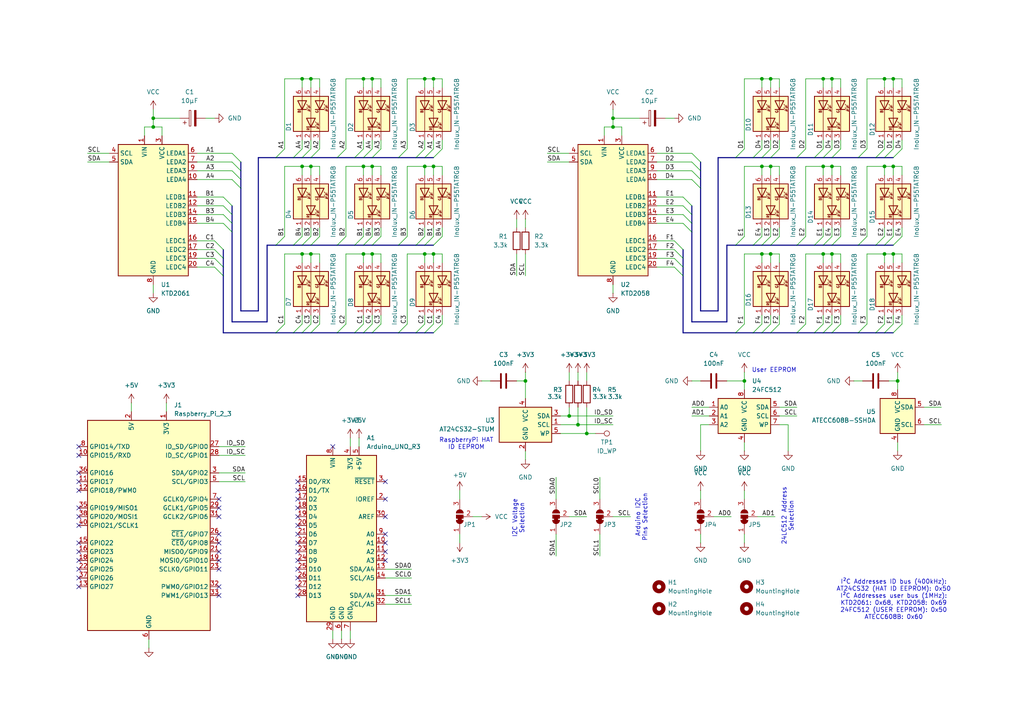
<source format=kicad_sch>
(kicad_sch (version 20231120) (generator "eeschema") (generator_version "8.0")
  (paper "A4")
  (title_block (title "mender-shield") (date "2024-04-26") (rev "A0"))
  (lib_symbols
    (symbol "Connector:Raspberry_Pi_2_3"
      (property "Reference" "J" (at -17.78 31.75 0))
      (property "Value" "Raspberry_Pi_2_3" (at 10.16 -31.75 0))
      (symbol "Raspberry_Pi_2_3_1_1"
        (pin power_in line (at 5.08 33.02 270) (length 2.54) (name "3V3") (number "1"))
        (pin bidirectional line (at -20.32 20.32 0) (length 2.54) (name "GPIO15/RXD") (number "10"))
        (pin bidirectional line (at -20.32 12.7 0) (length 2.54) (name "GPIO17") (number "11"))
        (pin bidirectional line (at -20.32 10.16 0) (length 2.54) (name "GPIO18/PWM0") (number "12"))
        (pin bidirectional line (at -20.32 -17.78 0) (length 2.54) (name "GPIO27") (number "13"))
        (pin passive line (at 0 -33.02 90) (length 2.54) hide (name "GND") (number "14"))
        (pin bidirectional line (at -20.32 -5.08 0) (length 2.54) (name "GPIO22") (number "15"))
        (pin bidirectional line (at -20.32 -7.62 0) (length 2.54) (name "GPIO23") (number "16"))
        (pin passive line (at 5.08 33.02 270) (length 2.54) hide (name "3V3") (number "17"))
        (pin bidirectional line (at -20.32 -10.16 0) (length 2.54) (name "GPIO24") (number "18"))
        (pin bidirectional line (at 20.32 -10.16 180) (length 2.54) (name "MOSI0/GPIO10") (number "19"))
        (pin power_in line (at -5.08 33.02 270) (length 2.54) (name "5V") (number "2"))
        (pin passive line (at 0 -33.02 90) (length 2.54) hide (name "GND") (number "20"))
        (pin bidirectional line (at 20.32 -7.62 180) (length 2.54) (name "MISO0/GPIO9") (number "21"))
        (pin bidirectional line (at -20.32 -12.7 0) (length 2.54) (name "GPIO25") (number "22"))
        (pin bidirectional line (at 20.32 -12.7 180) (length 2.54) (name "SCLK0/GPIO11") (number "23"))
        (pin bidirectional line (at 20.32 -5.08 180) (length 2.54) (name "~{CE0}/GPIO8") (number "24"))
        (pin passive line (at 0 -33.02 90) (length 2.54) hide (name "GND") (number "25"))
        (pin bidirectional line (at 20.32 -2.54 180) (length 2.54) (name "~{CE1}/GPIO7") (number "26"))
        (pin bidirectional line (at 20.32 22.86 180) (length 2.54) (name "ID_SD/GPIO0") (number "27"))
        (pin bidirectional line (at 20.32 20.32 180) (length 2.54) (name "ID_SC/GPIO1") (number "28"))
        (pin bidirectional line (at 20.32 5.08 180) (length 2.54) (name "GCLK1/GPIO5") (number "29"))
        (pin bidirectional line (at 20.32 15.24 180) (length 2.54) (name "SDA/GPIO2") (number "3"))
        (pin passive line (at 0 -33.02 90) (length 2.54) hide (name "GND") (number "30"))
        (pin bidirectional line (at 20.32 2.54 180) (length 2.54) (name "GCLK2/GPIO6") (number "31"))
        (pin bidirectional line (at 20.32 -17.78 180) (length 2.54) (name "PWM0/GPIO12") (number "32"))
        (pin bidirectional line (at 20.32 -20.32 180) (length 2.54) (name "PWM1/GPIO13") (number "33"))
        (pin passive line (at 0 -33.02 90) (length 2.54) hide (name "GND") (number "34"))
        (pin bidirectional line (at -20.32 5.08 0) (length 2.54) (name "GPIO19/MISO1") (number "35"))
        (pin bidirectional line (at -20.32 15.24 0) (length 2.54) (name "GPIO16") (number "36"))
        (pin bidirectional line (at -20.32 -15.24 0) (length 2.54) (name "GPIO26") (number "37"))
        (pin bidirectional line (at -20.32 2.54 0) (length 2.54) (name "GPIO20/MOSI1") (number "38"))
        (pin passive line (at 0 -33.02 90) (length 2.54) hide (name "GND") (number "39"))
        (pin passive line (at -5.08 33.02 270) (length 2.54) hide (name "5V") (number "4"))
        (pin bidirectional line (at -20.32 0 0) (length 2.54) (name "GPIO21/SCLK1") (number "40"))
        (pin bidirectional line (at 20.32 12.7 180) (length 2.54) (name "SCL/GPIO3") (number "5"))
        (pin power_in line (at 0 -33.02 90) (length 2.54) (name "GND") (number "6"))
        (pin bidirectional line (at 20.32 7.62 180) (length 2.54) (name "GCLK0/GPIO4") (number "7"))
        (pin bidirectional line (at -20.32 22.86 0) (length 2.54) (name "GPIO14/TXD") (number "8"))
        (pin passive line (at 0 -33.02 90) (length 2.54) hide (name "GND") (number "9"))
      )
    )
    (symbol "Connector:TestPoint" (pin_numbers hide) (pin_names (offset 0.762) hide)
      (property "Reference" "TP" (at 0 6.858 0))
      (property "Value" "TestPoint" (at 0 5.08 0))
      (symbol "TestPoint_1_1"
        (pin passive line (at 0 0 90) (length 2.54) (name "1") (number "1"))
      )
    )
    (symbol "Device:C" (pin_numbers hide) (pin_names (offset 0.254))
      (property "Reference" "C" (at 0.635 2.54 0))
      (property "Value" "C" (at 0.635 -2.54 0))
      (symbol "C_1_1"
        (pin passive line (at 0 3.81 270) (length 2.794) (name "~") (number "1"))
        (pin passive line (at 0 -3.81 90) (length 2.794) (name "~") (number "2"))
      )
    )
    (symbol "Device:C_Polarized" (pin_numbers hide) (pin_names (offset 0.254))
      (property "Reference" "C" (at 0.635 2.54 0))
      (property "Value" "C_Polarized" (at 0.635 -2.54 0))
      (symbol "C_Polarized_1_1"
        (pin passive line (at 0 3.81 270) (length 2.794) (name "~") (number "1"))
        (pin passive line (at 0 -3.81 90) (length 2.794) (name "~") (number "2"))
      )
    )
    (symbol "Device:R" (pin_numbers hide) (pin_names (offset 0))
      (property "Reference" "R" (at 2.032 0 90))
      (property "Value" "R" (at 0 0 90))
      (symbol "R_1_1"
        (pin passive line (at 0 3.81 270) (length 1.27) (name "~") (number "1"))
        (pin passive line (at 0 -3.81 90) (length 1.27) (name "~") (number "2"))
      )
    )
    (symbol "Driver_LED:KTD2058"
      (property "Reference" "U" (at -5.08 19.05 0))
      (property "Value" "KTD2058" (at 3.81 19.05 0))
      (symbol "KTD2058_1_1"
        (pin power_in line (at -2.54 20.32 270) (length 2.54) (name "VIN") (number "1"))
        (pin bidirectional line (at 12.7 7.62 180) (length 2.54) (name "LEDA4") (number "10"))
        (pin bidirectional line (at 12.7 2.54 180) (length 2.54) (name "LEDB1") (number "11"))
        (pin bidirectional line (at 12.7 0 180) (length 2.54) (name "LEDB2") (number "12"))
        (pin passive line (at 0 -22.86 90) (length 2.54) hide (name "GND") (number "13"))
        (pin bidirectional line (at 12.7 -2.54 180) (length 2.54) (name "LEDB3") (number "14"))
        (pin bidirectional line (at 12.7 -5.08 180) (length 2.54) (name "LEDB4") (number "15"))
        (pin bidirectional line (at 12.7 -10.16 180) (length 2.54) (name "LEDC1") (number "16"))
        (pin bidirectional line (at 12.7 -12.7 180) (length 2.54) (name "LEDC2") (number "17"))
        (pin passive line (at 0 -22.86 90) (length 2.54) hide (name "GND") (number "18"))
        (pin bidirectional line (at 12.7 -15.24 180) (length 2.54) (name "LEDC3") (number "19"))
        (pin passive line (at -2.54 20.32 270) (length 2.54) hide (name "VIN") (number "2"))
        (pin bidirectional line (at 12.7 -17.78 180) (length 2.54) (name "LEDC4") (number "20"))
        (pin passive line (at 0 -22.86 90) (length 2.54) hide (name "GND") (number "21"))
        (pin power_in line (at 2.54 20.32 270) (length 2.54) (name "VCC") (number "3"))
        (pin input line (at -12.7 15.24 0) (length 2.54) (name "SCL") (number "4"))
        (pin bidirectional line (at -12.7 12.7 0) (length 2.54) (name "SDA") (number "5"))
        (pin bidirectional line (at 12.7 15.24 180) (length 2.54) (name "LEDA1") (number "6"))
        (pin bidirectional line (at 12.7 12.7 180) (length 2.54) (name "LEDA2") (number "7"))
        (pin power_in line (at 0 -22.86 90) (length 2.54) (name "GND") (number "8"))
        (pin bidirectional line (at 12.7 10.16 180) (length 2.54) (name "LEDA3") (number "9"))
      )
    )
    (symbol "Driver_LED:KTD2061"
      (property "Reference" "U" (at -5.08 19.05 0))
      (property "Value" "KTD2061" (at 3.81 19.05 0))
      (symbol "KTD2061_1_1"
        (pin power_in line (at -2.54 20.32 270) (length 2.54) (name "VIN") (number "1"))
        (pin bidirectional line (at 12.7 7.62 180) (length 2.54) (name "LEDA4") (number "10"))
        (pin bidirectional line (at 12.7 2.54 180) (length 2.54) (name "LEDB1") (number "11"))
        (pin bidirectional line (at 12.7 0 180) (length 2.54) (name "LEDB2") (number "12"))
        (pin passive line (at 0 -22.86 90) (length 2.54) hide (name "GND") (number "13"))
        (pin bidirectional line (at 12.7 -2.54 180) (length 2.54) (name "LEDB3") (number "14"))
        (pin bidirectional line (at 12.7 -5.08 180) (length 2.54) (name "LEDB4") (number "15"))
        (pin bidirectional line (at 12.7 -10.16 180) (length 2.54) (name "LEDC1") (number "16"))
        (pin bidirectional line (at 12.7 -12.7 180) (length 2.54) (name "LEDC2") (number "17"))
        (pin passive line (at 0 -22.86 90) (length 2.54) hide (name "GND") (number "18"))
        (pin bidirectional line (at 12.7 -15.24 180) (length 2.54) (name "LEDC3") (number "19"))
        (pin passive line (at -2.54 20.32 270) (length 2.54) hide (name "VIN") (number "2"))
        (pin bidirectional line (at 12.7 -17.78 180) (length 2.54) (name "LEDC4") (number "20"))
        (pin passive line (at 0 -22.86 90) (length 2.54) hide (name "GND") (number "21"))
        (pin power_in line (at 2.54 20.32 270) (length 2.54) (name "VCC") (number "3"))
        (pin input line (at -12.7 15.24 0) (length 2.54) (name "SCL") (number "4"))
        (pin bidirectional line (at -12.7 12.7 0) (length 2.54) (name "SDA") (number "5"))
        (pin bidirectional line (at 12.7 15.24 180) (length 2.54) (name "LEDA1") (number "6"))
        (pin bidirectional line (at 12.7 12.7 180) (length 2.54) (name "LEDA2") (number "7"))
        (pin power_in line (at 0 -22.86 90) (length 2.54) (name "GND") (number "8"))
        (pin bidirectional line (at 12.7 10.16 180) (length 2.54) (name "LEDA3") (number "9"))
      )
    )
    (symbol "Jumper:SolderJumper_3_Bridged12" (pin_names (offset 0) hide) (exclude_from_sim yes) (in_bom no)
      (property "Reference" "JP" (at -2.54 -2.54 0))
      (property "Value" "SolderJumper_3_Bridged12" (at 0 2.794 0))
      (symbol "SolderJumper_3_Bridged12_1_1"
        (pin passive line (at -5.08 0 0) (length 2.54) (name "A") (number "1"))
        (pin passive line (at 0 -3.81 90) (length 2.54) (name "C") (number "2"))
        (pin passive line (at 5.08 0 180) (length 2.54) (name "B") (number "3"))
      )
    )
    (symbol "LED:Inolux_IN-P55TATRGB" (pin_names hide)
      (property "Reference" "D" (at -5.08 6.35 0))
      (property "Value" "Inolux_IN-P55TATRGB" (at -5.08 -6.35 0))
      (symbol "Inolux_IN-P55TATRGB_0_0"
        (text "B" (at -0.635 -3.3274 0) (effects (font (size 0.762 0.762))))
      )
      (symbol "Inolux_IN-P55TATRGB_1_0"
        (text "G" (at -0.635 1.8034 0) (effects (font (size 0.762 0.762))))
        (text "R" (at 4.4196 -0.7112 0) (effects (font (size 0.762 0.762))))
      )
      (symbol "Inolux_IN-P55TATRGB_1_1"
        (pin passive line (at 7.62 -2.54 180) (length 2.54) (name "KB") (number "1"))
        (pin passive line (at 7.62 0 180) (length 2.54) (name "KR") (number "2"))
        (pin passive line (at 7.62 2.54 180) (length 2.54) (name "KG") (number "3"))
        (pin passive line (at -7.62 2.54 0) (length 2.54) (name "AG") (number "4"))
        (pin passive line (at -7.62 0 0) (length 2.54) (name "AR") (number "5"))
        (pin passive line (at -7.62 -2.54 0) (length 2.54) (name "AB") (number "6"))
      )
    )
    (symbol "MCU_Module:Arduino_UNO_R3"
      (property "Reference" "A" (at -10.16 23.495 0))
      (property "Value" "Arduino_UNO_R3" (at 5.08 -26.67 0))
      (symbol "Arduino_UNO_R3_1_1"
        (pin no_connect line (at -10.16 -20.32 0) (length 2.54) hide (name "NC") (number "1"))
        (pin bidirectional line (at 12.7 -2.54 180) (length 2.54) (name "A1") (number "10"))
        (pin bidirectional line (at 12.7 -5.08 180) (length 2.54) (name "A2") (number "11"))
        (pin bidirectional line (at 12.7 -7.62 180) (length 2.54) (name "A3") (number "12"))
        (pin bidirectional line (at 12.7 -10.16 180) (length 2.54) (name "SDA/A4") (number "13"))
        (pin bidirectional line (at 12.7 -12.7 180) (length 2.54) (name "SCL/A5") (number "14"))
        (pin bidirectional line (at -12.7 15.24 0) (length 2.54) (name "D0/RX") (number "15"))
        (pin bidirectional line (at -12.7 12.7 0) (length 2.54) (name "D1/TX") (number "16"))
        (pin bidirectional line (at -12.7 10.16 0) (length 2.54) (name "D2") (number "17"))
        (pin bidirectional line (at -12.7 7.62 0) (length 2.54) (name "D3") (number "18"))
        (pin bidirectional line (at -12.7 5.08 0) (length 2.54) (name "D4") (number "19"))
        (pin output line (at 12.7 10.16 180) (length 2.54) (name "IOREF") (number "2"))
        (pin bidirectional line (at -12.7 2.54 0) (length 2.54) (name "D5") (number "20"))
        (pin bidirectional line (at -12.7 0 0) (length 2.54) (name "D6") (number "21"))
        (pin bidirectional line (at -12.7 -2.54 0) (length 2.54) (name "D7") (number "22"))
        (pin bidirectional line (at -12.7 -5.08 0) (length 2.54) (name "D8") (number "23"))
        (pin bidirectional line (at -12.7 -7.62 0) (length 2.54) (name "D9") (number "24"))
        (pin bidirectional line (at -12.7 -10.16 0) (length 2.54) (name "D10") (number "25"))
        (pin bidirectional line (at -12.7 -12.7 0) (length 2.54) (name "D11") (number "26"))
        (pin bidirectional line (at -12.7 -15.24 0) (length 2.54) (name "D12") (number "27"))
        (pin bidirectional line (at -12.7 -17.78 0) (length 2.54) (name "D13") (number "28"))
        (pin power_in line (at -2.54 -27.94 90) (length 2.54) (name "GND") (number "29"))
        (pin input line (at 12.7 15.24 180) (length 2.54) (name "~{RESET}") (number "3"))
        (pin input line (at 12.7 5.08 180) (length 2.54) (name "AREF") (number "30"))
        (pin bidirectional line (at 12.7 -17.78 180) (length 2.54) (name "SDA/A4") (number "31"))
        (pin bidirectional line (at 12.7 -20.32 180) (length 2.54) (name "SCL/A5") (number "32"))
        (pin power_out line (at 2.54 25.4 270) (length 2.54) (name "3V3") (number "4"))
        (pin power_out line (at 5.08 25.4 270) (length 2.54) (name "+5V") (number "5"))
        (pin power_in line (at 0 -27.94 90) (length 2.54) (name "GND") (number "6"))
        (pin power_in line (at 2.54 -27.94 90) (length 2.54) (name "GND") (number "7"))
        (pin power_in line (at -2.54 25.4 270) (length 2.54) (name "VIN") (number "8"))
        (pin bidirectional line (at 12.7 0 180) (length 2.54) (name "A0") (number "9"))
      )
    )
    (symbol "Mechanical:MountingHole" (pin_names (offset 1.016)) (exclude_from_sim yes) (in_bom no)
      (property "Reference" "H" (at 0 5.08 0))
      (property "Value" "MountingHole" (at 0 3.175 0))
    )
    (symbol "Memory_EEPROM:24LC512"
      (property "Reference" "U" (at -6.35 6.35 0))
      (property "Value" "24LC512" (at 1.27 6.35 0))
      (symbol "24LC512_1_1"
        (pin input line (at -10.16 2.54 0) (length 2.54) (name "A0") (number "1"))
        (pin input line (at -10.16 0 0) (length 2.54) (name "A1") (number "2"))
        (pin input line (at -10.16 -2.54 0) (length 2.54) (name "A2") (number "3"))
        (pin power_in line (at 0 -7.62 90) (length 2.54) (name "GND") (number "4"))
        (pin bidirectional line (at 10.16 2.54 180) (length 2.54) (name "SDA") (number "5"))
        (pin input line (at 10.16 0 180) (length 2.54) (name "SCL") (number "6"))
        (pin input line (at 10.16 -2.54 180) (length 2.54) (name "WP") (number "7"))
        (pin power_in line (at 0 7.62 270) (length 2.54) (name "VCC") (number "8"))
      )
    )
    (symbol "Memory_EEPROM:AT24CS32-STUM"
      (property "Reference" "U" (at -7.62 6.35 0))
      (property "Value" "AT24CS32-STUM" (at 2.54 -6.35 0))
      (symbol "AT24CS32-STUM_1_1"
        (pin input line (at 10.16 0 180) (length 2.54) (name "SCL") (number "1"))
        (pin power_in line (at 0 -7.62 90) (length 2.54) (name "GND") (number "2"))
        (pin bidirectional line (at 10.16 2.54 180) (length 2.54) (name "SDA") (number "3"))
        (pin power_in line (at 0 7.62 270) (length 2.54) (name "VCC") (number "4"))
        (pin input line (at 10.16 -2.54 180) (length 2.54) (name "WP") (number "5"))
      )
    )
    (symbol "Security:ATECC608B-SSHDA"
      (property "Reference" "U" (at 3.81 6.35 0))
      (property "Value" "ATECC608B-SSHDA" (at 10.16 -6.35 0))
      (symbol "ATECC608B-SSHDA_1_1"
        (pin no_connect line (at -5.08 2.54 0) (length 2.54) hide (name "NC") (number "1"))
        (pin no_connect line (at -5.08 0 0) (length 2.54) hide (name "NC") (number "2"))
        (pin no_connect line (at -5.08 -2.54 0) (length 2.54) hide (name "NC") (number "3"))
        (pin power_in line (at 0 -7.62 90) (length 2.54) (name "GND") (number "4"))
        (pin bidirectional line (at 7.62 2.54 180) (length 2.54) (name "SDA") (number "5"))
        (pin input line (at 7.62 -2.54 180) (length 2.54) (name "SCL") (number "6"))
        (pin no_connect line (at 5.08 0 180) (length 2.54) hide (name "NC") (number "7"))
        (pin power_in line (at 0 7.62 270) (length 2.54) (name "VCC") (number "8"))
      )
    )
    (symbol "power:+3V3" (power) (pin_numbers hide) (pin_names (offset 0) hide)
      (property "Value" "+3V3" (at 0 3.556 0))
      (symbol "+3V3_1_1"
        (pin power_in line (at 0 0 90) (length 0) (name "~") (number "1"))
      )
    )
    (symbol "power:+5V" (power) (pin_numbers hide) (pin_names (offset 0) hide)
      (property "Value" "+5V" (at 0 3.556 0))
      (symbol "+5V_1_1"
        (pin power_in line (at 0 0 90) (length 0) (name "~") (number "1"))
      )
    )
    (symbol "power:GND" (power) (pin_numbers hide) (pin_names (offset 0) hide)
      (property "Value" "GND" (at 0 -3.81 0))
      (symbol "GND_1_1"
        (pin power_in line (at 0 0 270) (length 0) (name "~") (number "1"))
      )
    )
    (symbol "power:VCC" (power) (pin_numbers hide) (pin_names (offset 0) hide)
      (property "Value" "VCC" (at 0 3.556 0))
      (symbol "VCC_1_1"
        (pin power_in line (at 0 0 90) (length 0) (name "~") (number "1"))
      )
    )
  )
  (junction (at 107.95 73.66))
  (junction (at 256.54 48.26))
  (junction (at 241.3 48.26))
  (junction (at 259.08 48.26))
  (junction (at 87.63 73.66))
  (junction (at 90.17 48.26))
  (junction (at 125.73 48.26))
  (junction (at 220.98 22.86))
  (junction (at 123.19 22.86))
  (junction (at 177.8 36.83))
  (junction (at 125.73 22.86))
  (junction (at 105.41 48.26))
  (junction (at 90.17 22.86))
  (junction (at 241.3 22.86))
  (junction (at 256.54 73.66))
  (junction (at 177.8 34.29))
  (junction (at 241.3 73.66))
  (junction (at 105.41 22.86))
  (junction (at 107.95 48.26))
  (junction (at 238.76 73.66))
  (junction (at 223.52 22.86))
  (junction (at 259.08 22.86))
  (junction (at 125.73 73.66))
  (junction (at 44.45 36.83))
  (junction (at 215.9 110.49))
  (junction (at 123.19 73.66))
  (junction (at 223.52 48.26))
  (junction (at 256.54 22.86))
  (junction (at 167.64 123.19))
  (junction (at 123.19 48.26))
  (junction (at 223.52 73.66))
  (junction (at 87.63 22.86))
  (junction (at 170.18 125.73))
  (junction (at 260.35 110.49))
  (junction (at 259.08 73.66))
  (junction (at 44.45 34.29))
  (junction (at 107.95 22.86))
  (junction (at 165.1 120.65))
  (junction (at 220.98 73.66))
  (junction (at 238.76 48.26))
  (junction (at 105.41 73.66))
  (junction (at 90.17 73.66))
  (junction (at 152.4 110.49))
  (junction (at 220.98 48.26))
  (junction (at 238.76 22.86))
  (junction (at 87.63 48.26))
  (no_connect (at 111.76 154.94))
  (no_connect (at 22.86 132.08))
  (no_connect (at 63.5 165.1))
  (no_connect (at 86.36 144.78))
  (no_connect (at 22.86 139.7))
  (no_connect (at 96.52 129.54))
  (no_connect (at 86.36 152.4))
  (no_connect (at 63.5 157.48))
  (no_connect (at 22.86 152.4))
  (no_connect (at 111.76 160.02))
  (no_connect (at 22.86 162.56))
  (no_connect (at 63.5 154.94))
  (no_connect (at 22.86 170.18))
  (no_connect (at 63.5 170.18))
  (no_connect (at 86.36 142.24))
  (no_connect (at 86.36 154.94))
  (no_connect (at 86.36 170.18))
  (no_connect (at 111.76 157.48))
  (no_connect (at 86.36 162.56))
  (no_connect (at 63.5 147.32))
  (no_connect (at 22.86 167.64))
  (no_connect (at 63.5 160.02))
  (no_connect (at 63.5 162.56))
  (no_connect (at 86.36 157.48))
  (no_connect (at 63.5 172.72))
  (no_connect (at 22.86 157.48))
  (no_connect (at 111.76 162.56))
  (no_connect (at 111.76 139.7))
  (no_connect (at 63.5 144.78))
  (no_connect (at 86.36 172.72))
  (no_connect (at 22.86 129.54))
  (no_connect (at 22.86 147.32))
  (no_connect (at 86.36 139.7))
  (no_connect (at 22.86 137.16))
  (no_connect (at 86.36 165.1))
  (no_connect (at 63.5 149.86))
  (no_connect (at 111.76 144.78))
  (no_connect (at 22.86 149.86))
  (no_connect (at 22.86 142.24))
  (no_connect (at 86.36 167.64))
  (no_connect (at 86.36 147.32))
  (no_connect (at 111.76 149.86))
  (no_connect (at 22.86 165.1))
  (no_connect (at 86.36 160.02))
  (no_connect (at 86.36 149.86))
  (no_connect (at 22.86 160.02))
  (bus_entry (at 115.57 45.72) (size 2.54 -2.54))
  (bus_entry (at 105.41 45.72) (size 2.54 -2.54))
  (bus_entry (at 123.19 45.72) (size 2.54 -2.54))
  (bus_entry (at 236.22 71.12) (size 2.54 -2.54))
  (bus_entry (at 64.77 64.77) (size 2.54 2.54))
  (bus_entry (at 125.73 45.72) (size 2.54 -2.54))
  (bus_entry (at 218.44 71.12) (size 2.54 -2.54))
  (bus_entry (at 198.12 59.69) (size 2.54 2.54))
  (bus_entry (at 200.66 44.45) (size 2.54 2.54))
  (bus_entry (at 105.41 71.12) (size 2.54 -2.54))
  (bus_entry (at 120.65 71.12) (size 2.54 -2.54))
  (bus_entry (at 85.09 96.52) (size 2.54 -2.54))
  (bus_entry (at 120.65 45.72) (size 2.54 -2.54))
  (bus_entry (at 67.31 46.99) (size 2.54 2.54))
  (bus_entry (at 107.95 96.52) (size 2.54 -2.54))
  (bus_entry (at 256.54 96.52) (size 2.54 -2.54))
  (bus_entry (at 218.44 96.52) (size 2.54 -2.54))
  (bus_entry (at 102.87 71.12) (size 2.54 -2.54))
  (bus_entry (at 259.08 71.12) (size 2.54 -2.54))
  (bus_entry (at 218.44 45.72) (size 2.54 -2.54))
  (bus_entry (at 248.92 96.52) (size 2.54 -2.54))
  (bus_entry (at 213.36 45.72) (size 2.54 -2.54))
  (bus_entry (at 123.19 71.12) (size 2.54 -2.54))
  (bus_entry (at 62.23 69.85) (size 2.54 2.54))
  (bus_entry (at 241.3 71.12) (size 2.54 -2.54))
  (bus_entry (at 115.57 96.52) (size 2.54 -2.54))
  (bus_entry (at 85.09 71.12) (size 2.54 -2.54))
  (bus_entry (at 223.52 45.72) (size 2.54 -2.54))
  (bus_entry (at 67.31 49.53) (size 2.54 2.54))
  (bus_entry (at 107.95 71.12) (size 2.54 -2.54))
  (bus_entry (at 220.98 96.52) (size 2.54 -2.54))
  (bus_entry (at 90.17 96.52) (size 2.54 -2.54))
  (bus_entry (at 213.36 71.12) (size 2.54 -2.54))
  (bus_entry (at 223.52 96.52) (size 2.54 -2.54))
  (bus_entry (at 64.77 57.15) (size 2.54 2.54))
  (bus_entry (at 62.23 72.39) (size 2.54 2.54))
  (bus_entry (at 67.31 44.45) (size 2.54 2.54))
  (bus_entry (at 248.92 45.72) (size 2.54 -2.54))
  (bus_entry (at 80.01 96.52) (size 2.54 -2.54))
  (bus_entry (at 200.66 52.07) (size 2.54 2.54))
  (bus_entry (at 107.95 45.72) (size 2.54 -2.54))
  (bus_entry (at 236.22 45.72) (size 2.54 -2.54))
  (bus_entry (at 102.87 96.52) (size 2.54 -2.54))
  (bus_entry (at 213.36 96.52) (size 2.54 -2.54))
  (bus_entry (at 67.31 52.07) (size 2.54 2.54))
  (bus_entry (at 238.76 71.12) (size 2.54 -2.54))
  (bus_entry (at 125.73 96.52) (size 2.54 -2.54))
  (bus_entry (at 198.12 64.77) (size 2.54 2.54))
  (bus_entry (at 120.65 96.52) (size 2.54 -2.54))
  (bus_entry (at 231.14 71.12) (size 2.54 -2.54))
  (bus_entry (at 87.63 45.72) (size 2.54 -2.54))
  (bus_entry (at 236.22 96.52) (size 2.54 -2.54))
  (bus_entry (at 115.57 71.12) (size 2.54 -2.54))
  (bus_entry (at 231.14 96.52) (size 2.54 -2.54))
  (bus_entry (at 198.12 57.15) (size 2.54 2.54))
  (bus_entry (at 85.09 45.72) (size 2.54 -2.54))
  (bus_entry (at 238.76 45.72) (size 2.54 -2.54))
  (bus_entry (at 200.66 49.53) (size 2.54 2.54))
  (bus_entry (at 64.77 59.69) (size 2.54 2.54))
  (bus_entry (at 105.41 96.52) (size 2.54 -2.54))
  (bus_entry (at 80.01 45.72) (size 2.54 -2.54))
  (bus_entry (at 256.54 71.12) (size 2.54 -2.54))
  (bus_entry (at 231.14 45.72) (size 2.54 -2.54))
  (bus_entry (at 254 71.12) (size 2.54 -2.54))
  (bus_entry (at 97.79 96.52) (size 2.54 -2.54))
  (bus_entry (at 238.76 96.52) (size 2.54 -2.54))
  (bus_entry (at 80.01 71.12) (size 2.54 -2.54))
  (bus_entry (at 220.98 45.72) (size 2.54 -2.54))
  (bus_entry (at 90.17 71.12) (size 2.54 -2.54))
  (bus_entry (at 97.79 45.72) (size 2.54 -2.54))
  (bus_entry (at 259.08 45.72) (size 2.54 -2.54))
  (bus_entry (at 200.66 46.99) (size 2.54 2.54))
  (bus_entry (at 87.63 71.12) (size 2.54 -2.54))
  (bus_entry (at 195.58 69.85) (size 2.54 2.54))
  (bus_entry (at 62.23 74.93) (size 2.54 2.54))
  (bus_entry (at 256.54 45.72) (size 2.54 -2.54))
  (bus_entry (at 123.19 96.52) (size 2.54 -2.54))
  (bus_entry (at 241.3 45.72) (size 2.54 -2.54))
  (bus_entry (at 125.73 71.12) (size 2.54 -2.54))
  (bus_entry (at 102.87 45.72) (size 2.54 -2.54))
  (bus_entry (at 223.52 71.12) (size 2.54 -2.54))
  (bus_entry (at 254 45.72) (size 2.54 -2.54))
  (bus_entry (at 259.08 96.52) (size 2.54 -2.54))
  (bus_entry (at 97.79 71.12) (size 2.54 -2.54))
  (bus_entry (at 220.98 71.12) (size 2.54 -2.54))
  (bus_entry (at 87.63 96.52) (size 2.54 -2.54))
  (bus_entry (at 62.23 77.47) (size 2.54 2.54))
  (bus_entry (at 254 96.52) (size 2.54 -2.54))
  (bus_entry (at 195.58 77.47) (size 2.54 2.54))
  (bus_entry (at 90.17 45.72) (size 2.54 -2.54))
  (bus_entry (at 241.3 96.52) (size 2.54 -2.54))
  (bus_entry (at 64.77 62.23) (size 2.54 2.54))
  (bus_entry (at 198.12 62.23) (size 2.54 2.54))
  (bus_entry (at 195.58 72.39) (size 2.54 2.54))
  (bus_entry (at 248.92 71.12) (size 2.54 -2.54))
  (bus_entry (at 195.58 74.93) (size 2.54 2.54))
  (bus (pts (xy 213.36 96.52) (xy 218.44 96.52)))
  (bus (pts (xy 198.12 80.01) (xy 198.12 96.52)))
  (wire (pts (xy 241.3 48.26) (xy 243.84 48.26)))
  (wire (pts (xy 226.06 25.4) (xy 226.06 22.86)))
  (bus (pts (xy 107.95 71.12) (xy 115.57 71.12)))
  (wire (pts (xy 82.55 43.18) (xy 82.55 22.86)))
  (wire (pts (xy 215.9 107.95) (xy 215.9 110.49)))
  (bus (pts (xy 248.92 71.12) (xy 254 71.12)))
  (wire (pts (xy 173.99 138.43) (xy 173.99 144.78)))
  (bus (pts (xy 200.66 62.23) (xy 200.66 64.77)))
  (wire (pts (xy 105.41 76.2) (xy 105.41 73.66)))
  (wire (pts (xy 110.49 73.66) (xy 110.49 76.2)))
  (wire (pts (xy 57.15 64.77) (xy 64.77 64.77)))
  (wire (pts (xy 100.33 93.98) (xy 100.33 73.66)))
  (wire (pts (xy 107.95 40.64) (xy 107.95 43.18)))
  (wire (pts (xy 177.8 34.29) (xy 177.8 31.75)))
  (wire (pts (xy 149.86 110.49) (xy 152.4 110.49)))
  (wire (pts (xy 238.76 66.04) (xy 238.76 68.58)))
  (bus (pts (xy 115.57 71.12) (xy 120.65 71.12)))
  (wire (pts (xy 63.5 129.54) (xy 71.12 129.54)))
  (wire (pts (xy 92.71 50.8) (xy 92.71 48.26)))
  (bus (pts (xy 231.14 96.52) (xy 236.22 96.52)))
  (wire (pts (xy 215.9 142.24) (xy 215.9 144.78)))
  (wire (pts (xy 256.54 48.26) (xy 251.46 48.26)))
  (wire (pts (xy 243.84 91.44) (xy 243.84 93.98)))
  (bus (pts (xy 198.12 96.52) (xy 213.36 96.52)))
  (wire (pts (xy 177.8 34.29) (xy 177.8 36.83)))
  (wire (pts (xy 161.29 138.43) (xy 161.29 144.78)))
  (bus (pts (xy 248.92 45.72) (xy 254 45.72)))
  (wire (pts (xy 259.08 76.2) (xy 259.08 73.66)))
  (wire (pts (xy 107.95 73.66) (xy 107.95 76.2)))
  (wire (pts (xy 200.66 118.11) (xy 205.74 118.11)))
  (wire (pts (xy 87.63 66.04) (xy 87.63 68.58)))
  (wire (pts (xy 107.95 22.86) (xy 107.95 25.4)))
  (wire (pts (xy 52.07 34.29) (xy 44.45 34.29)))
  (bus (pts (xy 115.57 45.72) (xy 120.65 45.72)))
  (wire (pts (xy 87.63 25.4) (xy 87.63 22.86)))
  (wire (pts (xy 118.11 73.66) (xy 118.11 93.98)))
  (wire (pts (xy 149.86 73.66) (xy 149.86 80.01)))
  (wire (pts (xy 105.41 91.44) (xy 105.41 93.98)))
  (bus (pts (xy 67.31 64.77) (xy 67.31 67.31)))
  (wire (pts (xy 100.33 43.18) (xy 100.33 22.86)))
  (wire (pts (xy 125.73 66.04) (xy 125.73 68.58)))
  (wire (pts (xy 267.97 123.19) (xy 273.05 123.19)))
  (wire (pts (xy 118.11 22.86) (xy 118.11 43.18)))
  (bus (pts (xy 123.19 71.12) (xy 125.73 71.12)))
  (wire (pts (xy 175.26 36.83) (xy 175.26 39.37)))
  (bus (pts (xy 254 96.52) (xy 256.54 96.52)))
  (wire (pts (xy 87.63 73.66) (xy 90.17 73.66)))
  (wire (pts (xy 87.63 48.26) (xy 90.17 48.26)))
  (wire (pts (xy 123.19 73.66) (xy 118.11 73.66)))
  (wire (pts (xy 152.4 110.49) (xy 152.4 115.57)))
  (wire (pts (xy 190.5 69.85) (xy 195.58 69.85)))
  (wire (pts (xy 82.55 73.66) (xy 87.63 73.66)))
  (bus (pts (xy 200.66 67.31) (xy 200.66 93.345)))
  (wire (pts (xy 256.54 73.66) (xy 259.08 73.66)))
  (bus (pts (xy 90.17 71.12) (xy 97.79 71.12)))
  (wire (pts (xy 226.06 76.2) (xy 226.06 73.66)))
  (wire (pts (xy 223.52 22.86) (xy 226.06 22.86)))
  (wire (pts (xy 128.27 48.26) (xy 128.27 50.8)))
  (bus (pts (xy 80.01 96.52) (xy 85.09 96.52)))
  (wire (pts (xy 233.68 43.18) (xy 233.68 22.86)))
  (wire (pts (xy 185.42 34.29) (xy 177.8 34.29)))
  (wire (pts (xy 167.64 123.19) (xy 177.8 123.19)))
  (wire (pts (xy 261.62 40.64) (xy 261.62 43.18)))
  (bus (pts (xy 67.31 67.31) (xy 67.31 93.345)))
  (wire (pts (xy 123.19 66.04) (xy 123.19 68.58)))
  (bus (pts (xy 115.57 96.52) (xy 120.65 96.52)))
  (wire (pts (xy 193.04 34.29) (xy 195.58 34.29)))
  (wire (pts (xy 128.27 40.64) (xy 128.27 43.18)))
  (wire (pts (xy 256.54 40.64) (xy 256.54 43.18)))
  (wire (pts (xy 165.1 120.65) (xy 177.8 120.65)))
  (bus (pts (xy 107.95 96.52) (xy 115.57 96.52)))
  (bus (pts (xy 200.66 93.345) (xy 210.82 93.345)))
  (wire (pts (xy 118.11 48.26) (xy 118.11 68.58)))
  (wire (pts (xy 87.63 40.64) (xy 87.63 43.18)))
  (wire (pts (xy 107.95 91.44) (xy 107.95 93.98)))
  (bus (pts (xy 97.79 45.72) (xy 102.87 45.72)))
  (bus (pts (xy 218.44 45.72) (xy 220.98 45.72)))
  (wire (pts (xy 152.4 73.66) (xy 152.4 80.01)))
  (bus (pts (xy 120.65 45.72) (xy 123.19 45.72)))
  (wire (pts (xy 87.63 76.2) (xy 87.63 73.66)))
  (wire (pts (xy 87.63 50.8) (xy 87.63 48.26)))
  (bus (pts (xy 67.31 62.23) (xy 67.31 64.77)))
  (wire (pts (xy 123.19 22.86) (xy 125.73 22.86)))
  (wire (pts (xy 82.55 48.26) (xy 87.63 48.26)))
  (bus (pts (xy 77.47 93.345) (xy 77.47 71.12)))
  (wire (pts (xy 220.98 91.44) (xy 220.98 93.98)))
  (wire (pts (xy 92.71 66.04) (xy 92.71 68.58)))
  (wire (pts (xy 125.73 48.26) (xy 128.27 48.26)))
  (wire (pts (xy 165.1 107.95) (xy 165.1 110.49)))
  (wire (pts (xy 111.76 175.26) (xy 119.38 175.26)))
  (bus (pts (xy 256.54 96.52) (xy 259.08 96.52)))
  (bus (pts (xy 248.92 96.52) (xy 254 96.52)))
  (wire (pts (xy 57.15 74.93) (xy 62.23 74.93)))
  (wire (pts (xy 177.8 149.86) (xy 182.88 149.86)))
  (wire (pts (xy 259.08 40.64) (xy 259.08 43.18)))
  (wire (pts (xy 139.7 110.49) (xy 142.24 110.49)))
  (wire (pts (xy 223.52 40.64) (xy 223.52 43.18)))
  (wire (pts (xy 233.68 22.86) (xy 238.76 22.86)))
  (wire (pts (xy 256.54 25.4) (xy 256.54 22.86)))
  (wire (pts (xy 223.52 48.26) (xy 226.06 48.26)))
  (wire (pts (xy 220.98 48.26) (xy 223.52 48.26)))
  (wire (pts (xy 190.5 46.99) (xy 200.66 46.99)))
  (wire (pts (xy 226.06 91.44) (xy 226.06 93.98)))
  (wire (pts (xy 92.71 76.2) (xy 92.71 73.66)))
  (wire (pts (xy 100.33 22.86) (xy 105.41 22.86)))
  (wire (pts (xy 233.68 68.58) (xy 233.68 48.26)))
  (bus (pts (xy 254 71.12) (xy 256.54 71.12)))
  (bus (pts (xy 213.36 45.72) (xy 218.44 45.72)))
  (wire (pts (xy 125.73 50.8) (xy 125.73 48.26)))
  (wire (pts (xy 123.19 48.26) (xy 118.11 48.26)))
  (wire (pts (xy 110.49 66.04) (xy 110.49 68.58)))
  (wire (pts (xy 90.17 40.64) (xy 90.17 43.18)))
  (bus (pts (xy 238.76 96.52) (xy 241.3 96.52)))
  (wire (pts (xy 243.84 73.66) (xy 243.84 76.2)))
  (wire (pts (xy 228.6 123.19) (xy 228.6 130.81)))
  (wire (pts (xy 259.08 22.86) (xy 261.62 22.86)))
  (wire (pts (xy 87.63 22.86) (xy 90.17 22.86)))
  (wire (pts (xy 162.56 125.73) (xy 170.18 125.73)))
  (wire (pts (xy 57.15 44.45) (xy 67.31 44.45)))
  (wire (pts (xy 243.84 66.04) (xy 243.84 68.58)))
  (wire (pts (xy 43.18 185.42) (xy 43.18 187.96)))
  (wire (pts (xy 238.76 50.8) (xy 238.76 48.26)))
  (wire (pts (xy 256.54 91.44) (xy 256.54 93.98)))
  (wire (pts (xy 261.62 73.66) (xy 261.62 76.2)))
  (wire (pts (xy 90.17 66.04) (xy 90.17 68.58)))
  (wire (pts (xy 128.27 91.44) (xy 128.27 93.98)))
  (wire (pts (xy 170.18 107.95) (xy 170.18 110.49)))
  (bus (pts (xy 85.09 96.52) (xy 87.63 96.52)))
  (wire (pts (xy 125.73 22.86) (xy 128.27 22.86)))
  (wire (pts (xy 261.62 22.86) (xy 261.62 25.4)))
  (wire (pts (xy 259.08 25.4) (xy 259.08 22.86)))
  (wire (pts (xy 190.5 44.45) (xy 200.66 44.45)))
  (wire (pts (xy 223.52 66.04) (xy 223.52 68.58)))
  (wire (pts (xy 25.4 44.45) (xy 31.75 44.45)))
  (wire (pts (xy 205.74 123.19) (xy 203.2 123.19)))
  (wire (pts (xy 233.68 93.98) (xy 233.68 73.66)))
  (bus (pts (xy 67.31 59.69) (xy 67.31 62.23)))
  (bus (pts (xy 85.09 71.12) (xy 87.63 71.12)))
  (wire (pts (xy 110.49 91.44) (xy 110.49 93.98)))
  (wire (pts (xy 111.76 172.72) (xy 119.38 172.72)))
  (wire (pts (xy 190.5 74.93) (xy 195.58 74.93)))
  (bus (pts (xy 241.3 45.72) (xy 248.92 45.72)))
  (wire (pts (xy 96.52 182.88) (xy 96.52 185.42)))
  (wire (pts (xy 241.3 66.04) (xy 241.3 68.58)))
  (wire (pts (xy 46.99 39.37) (xy 46.99 36.83)))
  (wire (pts (xy 220.98 40.64) (xy 220.98 43.18)))
  (bus (pts (xy 223.52 96.52) (xy 231.14 96.52)))
  (bus (pts (xy 97.79 71.12) (xy 102.87 71.12)))
  (wire (pts (xy 215.9 154.94) (xy 215.9 157.48)))
  (wire (pts (xy 257.81 110.49) (xy 260.35 110.49)))
  (wire (pts (xy 105.41 73.66) (xy 107.95 73.66)))
  (wire (pts (xy 90.17 48.26) (xy 90.17 50.8)))
  (wire (pts (xy 99.06 182.88) (xy 99.06 185.42)))
  (wire (pts (xy 241.3 73.66) (xy 243.84 73.66)))
  (bus (pts (xy 238.76 45.72) (xy 241.3 45.72)))
  (wire (pts (xy 92.71 25.4) (xy 92.71 22.86)))
  (wire (pts (xy 226.06 66.04) (xy 226.06 68.58)))
  (wire (pts (xy 123.19 91.44) (xy 123.19 93.98)))
  (wire (pts (xy 44.45 82.55) (xy 44.45 85.09)))
  (wire (pts (xy 57.15 59.69) (xy 64.77 59.69)))
  (wire (pts (xy 256.54 76.2) (xy 256.54 73.66)))
  (wire (pts (xy 162.56 120.65) (xy 165.1 120.65)))
  (wire (pts (xy 223.52 48.26) (xy 223.52 50.8)))
  (wire (pts (xy 100.33 68.58) (xy 100.33 48.26)))
  (wire (pts (xy 215.9 73.66) (xy 220.98 73.66)))
  (wire (pts (xy 180.34 36.83) (xy 177.8 36.83)))
  (wire (pts (xy 44.45 34.29) (xy 44.45 36.83)))
  (wire (pts (xy 226.06 123.19) (xy 228.6 123.19)))
  (bus (pts (xy 200.66 64.77) (xy 200.66 67.31)))
  (bus (pts (xy 256.54 71.12) (xy 259.08 71.12)))
  (bus (pts (xy 69.85 49.53) (xy 69.85 52.07)))
  (wire (pts (xy 223.52 22.86) (xy 223.52 25.4)))
  (wire (pts (xy 57.15 57.15) (xy 64.77 57.15)))
  (wire (pts (xy 207.01 149.86) (xy 212.09 149.86)))
  (bus (pts (xy 80.01 71.12) (xy 85.09 71.12)))
  (bus (pts (xy 220.98 71.12) (xy 223.52 71.12)))
  (wire (pts (xy 63.5 137.16) (xy 71.12 137.16)))
  (wire (pts (xy 152.4 63.5) (xy 152.4 66.04)))
  (wire (pts (xy 100.33 48.26) (xy 105.41 48.26)))
  (wire (pts (xy 180.34 39.37) (xy 180.34 36.83)))
  (wire (pts (xy 125.73 25.4) (xy 125.73 22.86)))
  (wire (pts (xy 128.27 22.86) (xy 128.27 25.4)))
  (wire (pts (xy 48.26 116.84) (xy 48.26 119.38)))
  (wire (pts (xy 90.17 73.66) (xy 90.17 76.2)))
  (bus (pts (xy 241.3 71.12) (xy 248.92 71.12)))
  (wire (pts (xy 256.54 73.66) (xy 251.46 73.66)))
  (wire (pts (xy 107.95 73.66) (xy 110.49 73.66)))
  (wire (pts (xy 241.3 22.86) (xy 243.84 22.86)))
  (wire (pts (xy 101.6 127) (xy 101.6 129.54)))
  (wire (pts (xy 215.9 110.49) (xy 215.9 113.03)))
  (bus (pts (xy 200.66 59.69) (xy 200.66 62.23)))
  (wire (pts (xy 220.98 22.86) (xy 223.52 22.86)))
  (bus (pts (xy 218.44 96.52) (xy 220.98 96.52)))
  (wire (pts (xy 261.62 66.04) (xy 261.62 68.58)))
  (wire (pts (xy 82.55 93.98) (xy 82.55 73.66)))
  (wire (pts (xy 105.41 48.26) (xy 107.95 48.26)))
  (wire (pts (xy 92.71 91.44) (xy 92.71 93.98)))
  (wire (pts (xy 238.76 76.2) (xy 238.76 73.66)))
  (wire (pts (xy 57.15 62.23) (xy 64.77 62.23)))
  (wire (pts (xy 57.15 52.07) (xy 67.31 52.07)))
  (wire (pts (xy 190.5 52.07) (xy 200.66 52.07)))
  (bus (pts (xy 241.3 96.52) (xy 248.92 96.52)))
  (bus (pts (xy 69.85 54.61) (xy 69.85 90.17)))
  (wire (pts (xy 241.3 22.86) (xy 241.3 25.4)))
  (wire (pts (xy 90.17 48.26) (xy 92.71 48.26)))
  (wire (pts (xy 123.19 25.4) (xy 123.19 22.86)))
  (wire (pts (xy 190.5 77.47) (xy 195.58 77.47)))
  (wire (pts (xy 123.19 50.8) (xy 123.19 48.26)))
  (bus (pts (xy 87.63 71.12) (xy 90.17 71.12)))
  (wire (pts (xy 251.46 48.26) (xy 251.46 68.58)))
  (wire (pts (xy 105.41 66.04) (xy 105.41 68.58)))
  (wire (pts (xy 220.98 50.8) (xy 220.98 48.26)))
  (wire (pts (xy 133.35 142.24) (xy 133.35 144.78)))
  (wire (pts (xy 41.91 36.83) (xy 41.91 39.37)))
  (wire (pts (xy 90.17 73.66) (xy 92.71 73.66)))
  (wire (pts (xy 46.99 36.83) (xy 44.45 36.83)))
  (wire (pts (xy 226.06 118.11) (xy 231.14 118.11)))
  (wire (pts (xy 259.08 66.04) (xy 259.08 68.58)))
  (wire (pts (xy 238.76 40.64) (xy 238.76 43.18)))
  (wire (pts (xy 241.3 73.66) (xy 241.3 76.2)))
  (wire (pts (xy 241.3 40.64) (xy 241.3 43.18)))
  (wire (pts (xy 57.15 72.39) (xy 62.23 72.39)))
  (wire (pts (xy 170.18 125.73) (xy 170.18 118.11)))
  (bus (pts (xy 90.17 96.52) (xy 97.79 96.52)))
  (wire (pts (xy 238.76 91.44) (xy 238.76 93.98)))
  (bus (pts (xy 123.19 96.52) (xy 125.73 96.52)))
  (wire (pts (xy 128.27 73.66) (xy 128.27 76.2)))
  (wire (pts (xy 105.41 40.64) (xy 105.41 43.18)))
  (bus (pts (xy 218.44 71.12) (xy 220.98 71.12)))
  (bus (pts (xy 203.2 54.61) (xy 203.2 90.17)))
  (wire (pts (xy 57.15 69.85) (xy 62.23 69.85)))
  (bus (pts (xy 74.93 45.72) (xy 74.93 90.17)))
  (bus (pts (xy 223.52 45.72) (xy 231.14 45.72)))
  (bus (pts (xy 105.41 71.12) (xy 107.95 71.12)))
  (wire (pts (xy 219.71 149.86) (xy 224.79 149.86)))
  (bus (pts (xy 90.17 45.72) (xy 97.79 45.72)))
  (wire (pts (xy 256.54 48.26) (xy 259.08 48.26)))
  (wire (pts (xy 220.98 66.04) (xy 220.98 68.58)))
  (wire (pts (xy 260.35 128.27) (xy 260.35 130.81)))
  (bus (pts (xy 102.87 71.12) (xy 105.41 71.12)))
  (bus (pts (xy 69.85 46.99) (xy 69.85 49.53)))
  (wire (pts (xy 177.8 36.83) (xy 175.26 36.83)))
  (wire (pts (xy 259.08 91.44) (xy 259.08 93.98)))
  (wire (pts (xy 125.73 76.2) (xy 125.73 73.66)))
  (bus (pts (xy 64.77 96.52) (xy 80.01 96.52)))
  (wire (pts (xy 203.2 142.24) (xy 203.2 144.78)))
  (wire (pts (xy 38.1 116.84) (xy 38.1 119.38)))
  (wire (pts (xy 256.54 66.04) (xy 256.54 68.58)))
  (wire (pts (xy 190.5 57.15) (xy 198.12 57.15)))
  (wire (pts (xy 215.9 68.58) (xy 215.9 48.26)))
  (bus (pts (xy 97.79 96.52) (xy 102.87 96.52)))
  (wire (pts (xy 123.19 76.2) (xy 123.19 73.66)))
  (wire (pts (xy 167.64 107.95) (xy 167.64 110.49)))
  (wire (pts (xy 57.15 77.47) (xy 62.23 77.47)))
  (bus (pts (xy 220.98 96.52) (xy 223.52 96.52)))
  (wire (pts (xy 105.41 22.86) (xy 107.95 22.86)))
  (bus (pts (xy 208.28 90.17) (xy 203.2 90.17)))
  (wire (pts (xy 90.17 22.86) (xy 92.71 22.86)))
  (wire (pts (xy 259.08 50.8) (xy 259.08 48.26)))
  (bus (pts (xy 67.31 93.345) (xy 77.47 93.345)))
  (wire (pts (xy 57.15 46.99) (xy 67.31 46.99)))
  (bus (pts (xy 64.77 74.93) (xy 64.77 77.47)))
  (wire (pts (xy 110.49 48.26) (xy 110.49 50.8)))
  (wire (pts (xy 123.19 22.86) (xy 118.11 22.86)))
  (wire (pts (xy 220.98 73.66) (xy 223.52 73.66)))
  (bus (pts (xy 213.36 45.72) (xy 208.28 45.72)))
  (wire (pts (xy 107.95 22.86) (xy 110.49 22.86)))
  (wire (pts (xy 190.5 62.23) (xy 198.12 62.23)))
  (bus (pts (xy 220.98 45.72) (xy 223.52 45.72)))
  (wire (pts (xy 247.65 110.49) (xy 250.19 110.49)))
  (bus (pts (xy 107.95 45.72) (xy 115.57 45.72)))
  (bus (pts (xy 64.77 77.47) (xy 64.77 80.01)))
  (bus (pts (xy 102.87 45.72) (xy 105.41 45.72)))
  (bus (pts (xy 105.41 96.52) (xy 107.95 96.52)))
  (wire (pts (xy 111.76 165.1) (xy 119.38 165.1)))
  (wire (pts (xy 158.75 46.99) (xy 165.1 46.99)))
  (wire (pts (xy 165.1 118.11) (xy 165.1 120.65)))
  (bus (pts (xy 85.09 45.72) (xy 87.63 45.72)))
  (wire (pts (xy 170.18 125.73) (xy 172.72 125.73)))
  (wire (pts (xy 200.66 120.65) (xy 205.74 120.65)))
  (wire (pts (xy 220.98 25.4) (xy 220.98 22.86)))
  (bus (pts (xy 203.2 49.53) (xy 203.2 52.07)))
  (bus (pts (xy 231.14 71.12) (xy 236.22 71.12)))
  (wire (pts (xy 158.75 44.45) (xy 165.1 44.45)))
  (wire (pts (xy 215.9 48.26) (xy 220.98 48.26)))
  (wire (pts (xy 44.45 36.83) (xy 41.91 36.83)))
  (wire (pts (xy 165.1 149.86) (xy 170.18 149.86)))
  (wire (pts (xy 177.8 82.55) (xy 177.8 85.09)))
  (wire (pts (xy 203.2 123.19) (xy 203.2 130.81)))
  (bus (pts (xy 80.01 45.72) (xy 74.93 45.72)))
  (wire (pts (xy 125.73 40.64) (xy 125.73 43.18)))
  (bus (pts (xy 198.12 72.39) (xy 198.12 74.93)))
  (wire (pts (xy 149.86 63.5) (xy 149.86 66.04)))
  (wire (pts (xy 110.49 40.64) (xy 110.49 43.18)))
  (wire (pts (xy 203.2 154.94) (xy 203.2 157.48)))
  (wire (pts (xy 82.55 68.58) (xy 82.55 48.26)))
  (wire (pts (xy 215.9 93.98) (xy 215.9 73.66)))
  (bus (pts (xy 236.22 96.52) (xy 238.76 96.52)))
  (bus (pts (xy 203.2 46.99) (xy 203.2 49.53)))
  (wire (pts (xy 152.4 130.81) (xy 152.4 133.35)))
  (wire (pts (xy 105.41 25.4) (xy 105.41 22.86)))
  (bus (pts (xy 208.28 45.72) (xy 208.28 90.17)))
  (wire (pts (xy 238.76 73.66) (xy 241.3 73.66)))
  (bus (pts (xy 236.22 71.12) (xy 238.76 71.12)))
  (wire (pts (xy 215.9 22.86) (xy 220.98 22.86)))
  (wire (pts (xy 105.41 50.8) (xy 105.41 48.26)))
  (wire (pts (xy 173.99 154.94) (xy 173.99 161.29)))
  (wire (pts (xy 256.54 22.86) (xy 259.08 22.86)))
  (wire (pts (xy 167.64 118.11) (xy 167.64 123.19)))
  (bus (pts (xy 198.12 77.47) (xy 198.12 80.01)))
  (wire (pts (xy 243.84 40.64) (xy 243.84 43.18)))
  (wire (pts (xy 223.52 73.66) (xy 223.52 76.2)))
  (wire (pts (xy 241.3 48.26) (xy 241.3 50.8)))
  (bus (pts (xy 87.63 96.52) (xy 90.17 96.52)))
  (wire (pts (xy 110.49 22.86) (xy 110.49 25.4)))
  (wire (pts (xy 125.73 91.44) (xy 125.73 93.98)))
  (wire (pts (xy 44.45 34.29) (xy 44.45 31.75)))
  (bus (pts (xy 223.52 71.12) (xy 231.14 71.12)))
  (wire (pts (xy 215.9 43.18) (xy 215.9 22.86)))
  (wire (pts (xy 63.5 139.7) (xy 71.12 139.7)))
  (bus (pts (xy 238.76 71.12) (xy 241.3 71.12)))
  (wire (pts (xy 233.68 73.66) (xy 238.76 73.66)))
  (bus (pts (xy 74.93 90.17) (xy 69.85 90.17)))
  (wire (pts (xy 128.27 66.04) (xy 128.27 68.58)))
  (bus (pts (xy 123.19 45.72) (xy 125.73 45.72)))
  (wire (pts (xy 123.19 40.64) (xy 123.19 43.18)))
  (wire (pts (xy 260.35 107.95) (xy 260.35 110.49)))
  (wire (pts (xy 57.15 49.53) (xy 67.31 49.53)))
  (bus (pts (xy 210.82 93.345) (xy 210.82 71.12)))
  (wire (pts (xy 210.82 110.49) (xy 215.9 110.49)))
  (wire (pts (xy 226.06 50.8) (xy 226.06 48.26)))
  (wire (pts (xy 190.5 72.39) (xy 195.58 72.39)))
  (wire (pts (xy 107.95 48.26) (xy 107.95 50.8)))
  (wire (pts (xy 251.46 73.66) (xy 251.46 93.98)))
  (bus (pts (xy 236.22 45.72) (xy 238.76 45.72)))
  (wire (pts (xy 261.62 48.26) (xy 261.62 50.8)))
  (wire (pts (xy 238.76 22.86) (xy 241.3 22.86)))
  (wire (pts (xy 190.5 64.77) (xy 198.12 64.77)))
  (wire (pts (xy 87.63 91.44) (xy 87.63 93.98)))
  (wire (pts (xy 215.9 128.27) (xy 215.9 130.81)))
  (wire (pts (xy 82.55 22.86) (xy 87.63 22.86)))
  (wire (pts (xy 226.06 40.64) (xy 226.06 43.18)))
  (wire (pts (xy 107.95 48.26) (xy 110.49 48.26)))
  (wire (pts (xy 259.08 48.26) (xy 261.62 48.26)))
  (bus (pts (xy 254 45.72) (xy 256.54 45.72)))
  (bus (pts (xy 231.14 45.72) (xy 236.22 45.72)))
  (wire (pts (xy 241.3 91.44) (xy 241.3 93.98)))
  (wire (pts (xy 220.98 76.2) (xy 220.98 73.66)))
  (bus (pts (xy 210.82 71.12) (xy 213.36 71.12)))
  (wire (pts (xy 243.84 22.86) (xy 243.84 25.4)))
  (wire (pts (xy 233.68 48.26) (xy 238.76 48.26)))
  (wire (pts (xy 101.6 182.88) (xy 101.6 185.42)))
  (wire (pts (xy 251.46 22.86) (xy 251.46 43.18)))
  (wire (pts (xy 190.5 59.69) (xy 198.12 59.69)))
  (wire (pts (xy 226.06 120.65) (xy 231.14 120.65)))
  (wire (pts (xy 162.56 123.19) (xy 167.64 123.19)))
  (wire (pts (xy 256.54 50.8) (xy 256.54 48.26)))
  (wire (pts (xy 100.33 73.66) (xy 105.41 73.66)))
  (bus (pts (xy 69.85 52.07) (xy 69.85 54.61)))
  (wire (pts (xy 63.5 132.08) (xy 71.12 132.08)))
  (wire (pts (xy 59.69 34.29) (xy 62.23 34.29)))
  (wire (pts (xy 123.19 48.26) (xy 125.73 48.26)))
  (bus (pts (xy 64.77 80.01) (xy 64.77 96.52)))
  (wire (pts (xy 104.14 127) (xy 104.14 129.54)))
  (wire (pts (xy 137.16 149.86) (xy 139.7 149.86)))
  (bus (pts (xy 120.65 71.12) (xy 123.19 71.12)))
  (bus (pts (xy 213.36 71.12) (xy 218.44 71.12)))
  (wire (pts (xy 123.19 73.66) (xy 125.73 73.66)))
  (bus (pts (xy 77.47 71.12) (xy 80.01 71.12)))
  (wire (pts (xy 92.71 40.64) (xy 92.71 43.18)))
  (wire (pts (xy 223.52 91.44) (xy 223.52 93.98)))
  (wire (pts (xy 90.17 22.86) (xy 90.17 25.4)))
  (wire (pts (xy 152.4 107.95) (xy 152.4 110.49)))
  (wire (pts (xy 200.66 110.49) (xy 203.2 110.49)))
  (bus (pts (xy 198.12 74.93) (xy 198.12 77.47)))
  (wire (pts (xy 223.52 73.66) (xy 226.06 73.66)))
  (wire (pts (xy 256.54 22.86) (xy 251.46 22.86)))
  (wire (pts (xy 90.17 91.44) (xy 90.17 93.98)))
  (wire (pts (xy 261.62 91.44) (xy 261.62 93.98)))
  (wire (pts (xy 161.29 154.94) (xy 161.29 161.29)))
  (bus (pts (xy 102.87 96.52) (xy 105.41 96.52)))
  (wire (pts (xy 190.5 49.53) (xy 200.66 49.53)))
  (wire (pts (xy 25.4 46.99) (xy 31.75 46.99)))
  (bus (pts (xy 105.41 45.72) (xy 107.95 45.72)))
  (wire (pts (xy 133.35 154.94) (xy 133.35 157.48)))
  (wire (pts (xy 111.76 167.64) (xy 119.38 167.64)))
  (bus (pts (xy 64.77 72.39) (xy 64.77 74.93)))
  (bus (pts (xy 80.01 45.72) (xy 85.09 45.72)))
  (wire (pts (xy 260.35 110.49) (xy 260.35 113.03)))
  (wire (pts (xy 107.95 66.04) (xy 107.95 68.58)))
  (bus (pts (xy 87.63 45.72) (xy 90.17 45.72)))
  (wire (pts (xy 259.08 73.66) (xy 261.62 73.66)))
  (bus (pts (xy 203.2 52.07) (xy 203.2 54.61)))
  (wire (pts (xy 267.97 118.11) (xy 273.05 118.11)))
  (bus (pts (xy 120.65 96.52) (xy 123.19 96.52)))
  (wire (pts (xy 238.76 48.26) (xy 241.3 48.26)))
  (wire (pts (xy 238.76 25.4) (xy 238.76 22.86)))
  (wire (pts (xy 125.73 73.66) (xy 128.27 73.66)))
  (wire (pts (xy 243.84 48.26) (xy 243.84 50.8)))
  (bus (pts (xy 256.54 45.72) (xy 259.08 45.72)))
  (text "RaspberryPi HAT\nID EEPROM" (at 135.255 128.778 0) (effects (font (size 1.27 1.27))))
  (text "Arduino I2C\nPins Selection" (at 186.055 150.114 90) (effects (font (size 1.27 1.27))))
  (text "I²C Addresses ID bus (400kHz):\nAT24CS32 (HAT ID EEPROM): 0x50\nI²C Addresses user bus (1MHz):\nKTD2061: 0x68, KTD2058: 0x69\n24FC512 (USER EEPROM): 0x50\nATECC608B: 0x60" (at 259.207 173.99 0) (effects (font (size 1.27 1.27))))
  (text "User EEPROM" (at 224.536 107.442 0) (effects (font (size 1.27 1.27))))
  (text "24LC512 Address\nSelection" (at 228.473 149.733 90) (effects (font (size 1.27 1.27))))
  (text "I2C Voltage\nSelection" (at 150.368 150.368 90) (effects (font (size 1.27 1.27))))
  (label "E3" (at 243.84 68.58 90))
  (label "F2" (at 233.68 93.98 90))
  (label "SDA1" (at 161.29 161.29 90))
  (label "AD0" (at 212.09 149.86 180))
  (label "F4" (at 220.98 93.98 90))
  (label "B2" (at 123.19 68.58 90))
  (label "SCL" (at 231.14 120.65 180))
  (label "AD1" (at 200.66 120.65 0))
  (label "A2" (at 123.19 43.18 90))
  (label "A4" (at 128.27 43.18 90))
  (label "C1" (at 82.55 93.98 90))
  (label "SCL0" (at 173.99 138.43 270))
  (label "C4" (at 87.63 93.98 90))
  (label "SCL" (at 182.88 149.86 180))
  (label "D1" (at 259.08 43.18 90))
  (label "A4" (at 87.63 43.18 90))
  (label "C2" (at 100.33 93.98 90))
  (label "F1" (at 215.9 93.98 90))
  (label "F4" (at 241.3 93.98 90))
  (label "C3" (at 90.17 93.98 90))
  (label "E4" (at 261.62 68.58 90))
  (label "D1" (at 238.76 43.18 90))
  (label "D3" (at 251.46 43.18 90))
  (label "SCL1" (at 119.38 175.26 180))
  (label "C4" (at 62.23 77.47 180))
  (label "C4" (at 107.95 93.98 90))
  (label "E3" (at 251.46 68.58 90))
  (label "SCL1" (at 173.99 161.29 90))
  (label "F4" (at 261.62 93.98 90))
  (label "SDA" (at 273.05 118.11 180))
  (label "D1" (at 215.9 43.18 90))
  (label "SCL" (at 25.4 44.45 0))
  (label "A1" (at 82.55 43.18 90))
  (label "ID_SD" (at 177.8 120.65 180))
  (label "C1" (at 62.23 69.85 180))
  (label "ID_SD" (at 71.12 129.54 180))
  (label "SCL" (at 273.05 123.19 180))
  (label "D4" (at 241.3 43.18 90))
  (label "E2" (at 195.58 59.69 180))
  (label "D1" (at 195.58 44.45 180))
  (label "E1" (at 195.58 57.15 180))
  (label "A1" (at 62.23 44.45 180))
  (label "D2" (at 233.68 43.18 90))
  (label "SCL" (at 158.75 44.45 0))
  (label "SCL" (at 71.12 139.7 180))
  (label "E4" (at 195.58 64.77 180))
  (label "D3" (at 195.58 49.53 180))
  (label "C2" (at 92.71 93.98 90))
  (label "E4" (at 220.98 68.58 90))
  (label "ID_SC" (at 71.12 132.08 180))
  (label "C3" (at 118.11 93.98 90))
  (label "SDA0" (at 161.29 138.43 270))
  (label "SDA" (at 170.18 149.86 180))
  (label "SDA" (at 25.4 46.99 0))
  (label "E3" (at 223.52 68.58 90))
  (label "B4" (at 87.63 68.58 90))
  (label "D2" (at 195.58 46.99 180))
  (label "SDA" (at 149.86 80.01 90))
  (label "B2" (at 92.71 68.58 90))
  (label "AD1" (at 224.79 149.86 180))
  (label "B4" (at 128.27 68.58 90))
  (label "A2" (at 62.23 46.99 180))
  (label "E1" (at 215.9 68.58 90))
  (label "E2" (at 233.68 68.58 90))
  (label "F3" (at 223.52 93.98 90))
  (label "E1" (at 238.76 68.58 90))
  (label "F1" (at 238.76 93.98 90))
  (label "B1" (at 105.41 68.58 90))
  (label "SCL" (at 152.4 80.01 90))
  (label "D3" (at 243.84 43.18 90))
  (label "B3" (at 62.23 62.23 180))
  (label "A2" (at 92.71 43.18 90))
  (label "A2" (at 100.33 43.18 90))
  (label "C2" (at 62.23 72.39 180))
  (label "C2" (at 123.19 93.98 90))
  (label "B3" (at 118.11 68.58 90))
  (label "B4" (at 107.95 68.58 90))
  (label "D4" (at 220.98 43.18 90))
  (label "B2" (at 62.23 59.69 180))
  (label "C1" (at 105.41 93.98 90))
  (label "A3" (at 110.49 43.18 90))
  (label "A4" (at 62.23 52.07 180))
  (label "B3" (at 90.17 68.58 90))
  (label "E2" (at 256.54 68.58 90))
  (label "A3" (at 62.23 49.53 180))
  (label "D2" (at 256.54 43.18 90))
  (label "F3" (at 243.84 93.98 90))
  (label "D2" (at 226.06 43.18 90))
  (label "SDA" (at 231.14 118.11 180))
  (label "B1" (at 125.73 68.58 90))
  (label "D4" (at 195.58 52.07 180))
  (label "ID_SC" (at 177.8 123.19 180))
  (label "E3" (at 195.58 62.23 180))
  (label "SCL0" (at 119.38 167.64 180))
  (label "F2" (at 195.58 72.39 180))
  (label "C3" (at 62.23 74.93 180))
  (label "B1" (at 62.23 57.15 180))
  (label "B2" (at 100.33 68.58 90))
  (label "C4" (at 128.27 93.98 90))
  (label "E2" (at 226.06 68.58 90))
  (label "SDA1" (at 119.38 172.72 180))
  (label "E4" (at 241.3 68.58 90))
  (label "C3" (at 110.49 93.98 90))
  (label "AD0" (at 200.66 118.11 0))
  (label "B4" (at 62.23 64.77 180))
  (label "A3" (at 90.17 43.18 90))
  (label "F1" (at 195.58 69.85 180))
  (label "E1" (at 259.08 68.58 90))
  (label "F2" (at 226.06 93.98 90))
  (label "F3" (at 195.58 74.93 180))
  (label "F3" (at 251.46 93.98 90))
  (label "F1" (at 259.08 93.98 90))
  (label "B1" (at 82.55 68.58 90))
  (label "D4" (at 261.62 43.18 90))
  (label "A3" (at 118.11 43.18 90))
  (label "F2" (at 256.54 93.98 90))
  (label "SDA" (at 158.75 46.99 0))
  (label "B3" (at 110.49 68.58 90))
  (label "C1" (at 125.73 93.98 90))
  (label "A4" (at 107.95 43.18 90))
  (label "SDA0" (at 119.38 165.1 180))
  (label "SDA" (at 71.12 137.16 180))
  (label "D3" (at 223.52 43.18 90))
  (label "F4" (at 195.58 77.47 180))
  (label "A1" (at 105.41 43.18 90))
  (label "A1" (at 125.73 43.18 90))
  (symbol (lib_id "Connector:Raspberry_Pi_2_3") (at 43.18 152.4 0) (unit 1)
    (property "Reference" "J1" (at 50.4541 117.475 0) (effects (justify left)))
    (property "Value" "Raspberry_Pi_2_3" (at 50.4541 120.015 0) (effects (justify left)))
    (property "Footprint" "Connector_PinSocket_2.54mm:PinSocket_2x20_P2.54mm_Vertical" (effects (hide yes)))
    (property "Datasheet" "https://www.raspberrypi.org/documentation/hardware/raspberrypi/schematics/rpi_SCH_3bplus_1p0_reduced.pdf" (effects (hide yes)))
    (property "Description" "expansion header for Raspberry Pi 2 & 3" (effects (hide yes)))
  )
  (symbol (lib_id "LED:Inolux_IN-P55TATRGB") (at 125.73 33.02 270) (unit 1)
    (property "Reference" "D3" (at 119.634 35.5599 0) (effects (justify left)))
    (property "Value" "Inolux_IN-P55TATRGB" (at 132.461 22.6059 0) (effects (justify left)))
    (property "Footprint" "LED_SMD:LED_Inolux_IN-P55TATRGB_PLCC6_5.0x5.5mm_P1.8mm" (effects (hide yes)))
    (property "Datasheet" "https://www.inolux-corp.com/datasheet/SMDLED/RGB%20Top%20View/IN-P55TATRGB.pdf" (effects (hide yes)))
    (property "Description" "Inolux RGB LED, PLCC-6" (effects (hide yes)))
  )
  (symbol (lib_id "power:GND") (at 200.66 110.49 270) (unit 1)
    (property "Reference" "#PWR035" (effects (hide yes)))
    (property "Value" "GND" (at 196.85 110.4899 90) (effects (justify right)))
    (property "Description" "Power symbol creates a global label with name \"GND\" , ground" (effects (hide yes)))
  )
  (symbol (lib_id "power:GND") (at 99.06 185.42 0) (unit 1)
    (property "Reference" "#PWR08" (effects (hide yes)))
    (property "Value" "GND" (at 99.06 190.5 0))
    (property "Description" "Power symbol creates a global label with name \"GND\" , ground" (effects (hide yes)))
  )
  (symbol (lib_id "power:GND") (at 215.9 130.81 0) (unit 1)
    (property "Reference" "#PWR036" (effects (hide yes)))
    (property "Value" "GND" (at 215.9 135.89 0))
    (property "Description" "Power symbol creates a global label with name \"GND\" , ground" (effects (hide yes)))
  )
  (symbol (lib_id "Device:R") (at 167.64 114.3 180) (unit 1)
    (property "Reference" "R4" (at 171.704 113.0299 0) (effects (justify right)))
    (property "Value" "3.3k" (at 171.831 115.0619 0) (effects (justify right)))
    (property "Footprint" "Resistor_SMD:R_0805_2012Metric" (effects (hide yes)))
    (property "Description" "Resistor" (effects (hide yes)))
  )
  (symbol (lib_id "Memory_EEPROM:24LC512") (at 215.9 120.65 0) (unit 1)
    (property "Reference" "U4" (at 218.0941 110.49 0) (effects (justify left)))
    (property "Value" "24FC512" (at 218.0941 113.03 0) (effects (justify left)))
    (property "Footprint" "Package_SO:SOIC-8_3.9x4.9mm_P1.27mm" (effects (hide yes)))
    (property "Datasheet" "http://ww1.microchip.com/downloads/en/DeviceDoc/21754M.pdf" (effects (hide yes)))
    (property "Description" "I2C Serial EEPROM, 512Kb, DIP-8/SOIC-8/TSSOP-8/DFN-8" (effects (hide yes)))
  )
  (symbol (lib_id "MCU_Module:Arduino_UNO_R3") (at 99.06 154.94 0) (unit 1)
    (property "Reference" "A1" (at 106.3341 127 0) (effects (justify left)))
    (property "Value" "Arduino_UNO_R3" (at 106.3341 129.54 0) (effects (justify left)))
    (property "Footprint" "Module:Arduino_UNO_R3" (effects (hide yes)))
    (property "Datasheet" "https://www.arduino.cc/en/Main/arduinoBoardUno" (effects (hide yes)))
  )
  (symbol (lib_id "Device:C_Polarized") (at 55.88 34.29 90) (unit 1)
    (property "Reference" "C1" (at 54.991 26.67 90))
    (property "Value" "10µF" (at 54.991 29.21 90))
    (property "Footprint" "Capacitor_SMD:C_0805_2012Metric" (effects (hide yes)))
    (property "Description" "Polarized capacitor" (effects (hide yes)))
  )
  (symbol (lib_id "Mechanical:MountingHole") (at 191.135 176.53 0) (unit 1) (exclude_from_sim yes) (in_bom no)
    (property "Reference" "H2" (at 193.675 175.2599 0) (effects (justify left)))
    (property "Value" "MountingHole" (at 193.675 177.7999 0) (effects (justify left)))
    (property "Footprint" "MountingHole:MountingHole_2.7mm_M2.5_DIN965" (effects (hide yes)))
    (property "Description" "Mounting Hole without connection" (effects (hide yes)))
  )
  (symbol (lib_id "Jumper:SolderJumper_3_Bridged12") (at 215.9 149.86 90) (unit 1) (exclude_from_sim yes) (in_bom no)
    (property "Reference" "JP5" (at 220.726 152.1459 90) (effects (justify left)))
    (property "Value" "SolderJumper_3_Bridged12" (effects (hide yes)))
    (property "Footprint" "Jumper:SolderJumper-3_P1.3mm_Bridged12_RoundedPad1.0x1.5mm_NumberLabels" (effects (hide yes)))
    (property "Description" "3-pole Solder Jumper, pins 1+2 closed/bridged" (effects (hide yes)))
  )
  (symbol (lib_id "power:GND") (at 228.6 130.81 0) (unit 1)
    (property "Reference" "#PWR037" (effects (hide yes)))
    (property "Value" "GND" (at 228.6 135.89 0))
    (property "Description" "Power symbol creates a global label with name \"GND\" , ground" (effects (hide yes)))
  )
  (symbol (lib_id "Mechanical:MountingHole") (at 191.135 170.18 0) (unit 1) (exclude_from_sim yes) (in_bom no)
    (property "Reference" "H1" (at 193.675 168.9099 0) (effects (justify left)))
    (property "Value" "MountingHole" (at 193.675 171.4499 0) (effects (justify left)))
    (property "Footprint" "MountingHole:MountingHole_2.7mm_M2.5_DIN965" (effects (hide yes)))
    (property "Description" "Mounting Hole without connection" (effects (hide yes)))
  )
  (symbol (lib_id "LED:Inolux_IN-P55TATRGB") (at 259.08 83.82 270) (unit 1)
    (property "Reference" "D18" (at 252.984 86.3599 0) (effects (justify left)))
    (property "Value" "Inolux_IN-P55TATRGB" (at 265.811 73.4059 0) (effects (justify left)))
    (property "Footprint" "LED_SMD:LED_Inolux_IN-P55TATRGB_PLCC6_5.0x5.5mm_P1.8mm" (effects (hide yes)))
    (property "Datasheet" "https://www.inolux-corp.com/datasheet/SMDLED/RGB%20Top%20View/IN-P55TATRGB.pdf" (effects (hide yes)))
    (property "Description" "Inolux RGB LED, PLCC-6" (effects (hide yes)))
  )
  (symbol (lib_id "power:GND") (at 260.35 130.81 0) (unit 1)
    (property "Reference" "#PWR040" (effects (hide yes)))
    (property "Value" "GND" (at 260.35 135.89 0))
    (property "Description" "Power symbol creates a global label with name \"GND\" , ground" (effects (hide yes)))
  )
  (symbol (lib_id "LED:Inolux_IN-P55TATRGB") (at 223.52 83.82 270) (unit 1)
    (property "Reference" "D16" (at 217.043 88.8999 0) (effects (justify right)))
    (property "Value" "Inolux_IN-P55TATRGB" (at 229.997 94.3609 0) (effects (justify right)))
    (property "Footprint" "LED_SMD:LED_Inolux_IN-P55TATRGB_PLCC6_5.0x5.5mm_P1.8mm" (effects (hide yes)))
    (property "Datasheet" "https://www.inolux-corp.com/datasheet/SMDLED/RGB%20Top%20View/IN-P55TATRGB.pdf" (effects (hide yes)))
    (property "Description" "Inolux RGB LED, PLCC-6" (effects (hide yes)))
  )
  (symbol (lib_id "Memory_EEPROM:AT24CS32-STUM") (at 152.4 123.19 0) (unit 1)
    (property "Reference" "U3" (at 143.51 121.9199 0) (effects (justify right)))
    (property "Value" "AT24CS32-STUM" (at 143.51 124.4599 0) (effects (justify right)))
    (property "Footprint" "Package_TO_SOT_SMD:SOT-23-5" (effects (hide yes)))
    (property "Datasheet" "http://ww1.microchip.com/downloads/en/DeviceDoc/Atmel-8869-SEEPROM-AT24CS32-Datasheet.pdf" (effects (hide yes)))
    (property "Description" "I2C Serial EEPROM, 32Kb (4096x8) with Unique Serial Number, SOT-23-5" (effects (hide yes)))
  )
  (symbol (lib_id "LED:Inolux_IN-P55TATRGB") (at 259.08 33.02 270) (unit 1)
    (property "Reference" "D12" (at 252.984 35.5599 0) (effects (justify left)))
    (property "Value" "Inolux_IN-P55TATRGB" (at 265.811 22.6059 0) (effects (justify left)))
    (property "Footprint" "LED_SMD:LED_Inolux_IN-P55TATRGB_PLCC6_5.0x5.5mm_P1.8mm" (effects (hide yes)))
    (property "Datasheet" "https://www.inolux-corp.com/datasheet/SMDLED/RGB%20Top%20View/IN-P55TATRGB.pdf" (effects (hide yes)))
    (property "Description" "Inolux RGB LED, PLCC-6" (effects (hide yes)))
  )
  (symbol (lib_id "power:VCC") (at 203.2 142.24 0) (unit 1)
    (property "Reference" "#PWR044" (effects (hide yes)))
    (property "Value" "VCC" (at 203.2 137.16 0))
    (property "Description" "Power symbol creates a global label with name \"VCC\"" (effects (hide yes)))
  )
  (symbol (lib_id "LED:Inolux_IN-P55TATRGB") (at 125.73 83.82 270) (unit 1)
    (property "Reference" "D9" (at 119.634 86.3599 0) (effects (justify left)))
    (property "Value" "Inolux_IN-P55TATRGB" (at 132.461 73.4059 0) (effects (justify left)))
    (property "Footprint" "LED_SMD:LED_Inolux_IN-P55TATRGB_PLCC6_5.0x5.5mm_P1.8mm" (effects (hide yes)))
    (property "Datasheet" "https://www.inolux-corp.com/datasheet/SMDLED/RGB%20Top%20View/IN-P55TATRGB.pdf" (effects (hide yes)))
    (property "Description" "Inolux RGB LED, PLCC-6" (effects (hide yes)))
  )
  (symbol (lib_id "power:+5V") (at 38.1 116.84 0) (unit 1)
    (property "Reference" "#PWR029" (effects (hide yes)))
    (property "Value" "+5V" (at 38.1 111.76 0))
    (property "Description" "Power symbol creates a global label with name \"+5V\"" (effects (hide yes)))
  )
  (symbol (lib_id "power:GND") (at 44.45 85.09 0) (unit 1)
    (property "Reference" "#PWR03" (effects (hide yes)))
    (property "Value" "GND" (at 44.45 90.17 0))
    (property "Description" "Power symbol creates a global label with name \"GND\" , ground" (effects (hide yes)))
  )
  (symbol (lib_id "power:GND") (at 195.58 34.29 90) (unit 1)
    (property "Reference" "#PWR020" (effects (hide yes)))
    (property "Value" "GND" (at 199.39 34.2899 90) (effects (justify right)))
    (property "Description" "Power symbol creates a global label with name \"GND\" , ground" (effects (hide yes)))
  )
  (symbol (lib_id "Device:C") (at 207.01 110.49 90) (unit 1)
    (property "Reference" "C4" (at 207.01 102.87 90))
    (property "Value" "100nF" (at 207.01 105.41 90))
    (property "Footprint" "Capacitor_SMD:C_0805_2012Metric" (effects (hide yes)))
    (property "Description" "Unpolarized capacitor" (effects (hide yes)))
  )
  (symbol (lib_id "power:VCC") (at 177.8 31.75 0) (unit 1)
    (property "Reference" "#PWR019" (effects (hide yes)))
    (property "Value" "VCC" (at 177.8 26.67 0))
    (property "Description" "Power symbol creates a global label with name \"VCC\"" (effects (hide yes)))
  )
  (symbol (lib_id "Device:R") (at 170.18 114.3 180) (unit 1)
    (property "Reference" "R5" (at 176.149 113.0299 0) (effects (justify right)))
    (property "Value" "3.3k" (at 176.276 115.0619 0) (effects (justify right)))
    (property "Footprint" "Resistor_SMD:R_0805_2012Metric" (effects (hide yes)))
    (property "Description" "Resistor" (effects (hide yes)))
  )
  (symbol (lib_id "LED:Inolux_IN-P55TATRGB") (at 223.52 33.02 270) (unit 1)
    (property "Reference" "D10" (at 217.043 38.0999 0) (effects (justify right)))
    (property "Value" "Inolux_IN-P55TATRGB" (at 229.997 43.5609 0) (effects (justify right)))
    (property "Footprint" "LED_SMD:LED_Inolux_IN-P55TATRGB_PLCC6_5.0x5.5mm_P1.8mm" (effects (hide yes)))
    (property "Datasheet" "https://www.inolux-corp.com/datasheet/SMDLED/RGB%20Top%20View/IN-P55TATRGB.pdf" (effects (hide yes)))
    (property "Description" "Inolux RGB LED, PLCC-6" (effects (hide yes)))
  )
  (symbol (lib_id "Driver_LED:KTD2058") (at 177.8 59.69 0) (unit 1)
    (property "Reference" "U2" (at 179.9941 82.55 0) (effects (justify left)))
    (property "Value" "KTD2058" (at 179.9941 85.09 0) (effects (justify left)))
    (property "Footprint" "Package_DFN_QFN:UQFN-20-1EP_3x3mm_P0.4mm_EP1.7x1.7mm_ThermalVias" (effects (hide yes)))
    (property "Datasheet" "https://www.kinet-ic.com/uploads/web/KTD2058,%20KTD2059,%20KTD2060,%20KTD2061/KTD2061-58-59-60-04e.pdf" (effects (hide yes)))
    (property "Description" "36-channel RGB LED driver with I²C Control, UQFN-20" (effects (hide yes)))
  )
  (symbol (lib_id "LED:Inolux_IN-P55TATRGB") (at 90.17 33.02 270) (unit 1)
    (property "Reference" "D1" (at 83.693 38.0999 0) (effects (justify right)))
    (property "Value" "Inolux_IN-P55TATRGB" (at 96.647 43.5609 0) (effects (justify right)))
    (property "Footprint" "LED_SMD:LED_Inolux_IN-P55TATRGB_PLCC6_5.0x5.5mm_P1.8mm" (effects (hide yes)))
    (property "Datasheet" "https://www.inolux-corp.com/datasheet/SMDLED/RGB%20Top%20View/IN-P55TATRGB.pdf" (effects (hide yes)))
    (property "Description" "Inolux RGB LED, PLCC-6" (effects (hide yes)))
  )
  (symbol (lib_id "power:VCC") (at 149.86 63.5 0) (unit 1)
    (property "Reference" "#PWR025" (effects (hide yes)))
    (property "Value" "VCC" (at 149.86 58.42 0))
    (property "Description" "Power symbol creates a global label with name \"VCC\"" (effects (hide yes)))
  )
  (symbol (lib_id "power:GND") (at 177.8 85.09 0) (unit 1)
    (property "Reference" "#PWR033" (effects (hide yes)))
    (property "Value" "GND" (at 177.8 90.17 0))
    (property "Description" "Power symbol creates a global label with name \"GND\" , ground" (effects (hide yes)))
  )
  (symbol (lib_id "power:GND") (at 152.4 133.35 0) (unit 1)
    (property "Reference" "#PWR02" (effects (hide yes)))
    (property "Value" "GND" (at 152.4 138.43 0))
    (property "Description" "Power symbol creates a global label with name \"GND\" , ground" (effects (hide yes)))
  )
  (symbol (lib_id "power:GND") (at 139.7 110.49 270) (unit 1)
    (property "Reference" "#PWR05" (effects (hide yes)))
    (property "Value" "GND" (at 136.525 110.4899 90) (effects (justify right)))
    (property "Description" "Power symbol creates a global label with name \"GND\" , ground" (effects (hide yes)))
  )
  (symbol (lib_id "power:VCC") (at 139.7 149.86 270) (unit 1)
    (property "Reference" "#PWR041" (effects (hide yes)))
    (property "Value" "VCC" (at 143.51 149.8599 90) (effects (justify left)))
    (property "Description" "Power symbol creates a global label with name \"VCC\"" (effects (hide yes)))
  )
  (symbol (lib_id "Mechanical:MountingHole") (at 216.535 176.53 0) (unit 1) (exclude_from_sim yes) (in_bom no)
    (property "Reference" "H4" (at 219.075 175.2599 0) (effects (justify left)))
    (property "Value" "MountingHole" (at 219.075 177.7999 0) (effects (justify left)))
    (property "Footprint" "MountingHole:MountingHole_2.7mm_M2.5_DIN965" (effects (hide yes)))
    (property "Description" "Mounting Hole without connection" (effects (hide yes)))
  )
  (symbol (lib_id "Driver_LED:KTD2061") (at 44.45 59.69 0) (unit 1)
    (property "Reference" "U1" (at 46.6441 82.55 0) (effects (justify left)))
    (property "Value" "KTD2061" (at 46.6441 85.09 0) (effects (justify left)))
    (property "Footprint" "Package_DFN_QFN:UQFN-20-1EP_3x3mm_P0.4mm_EP1.7x1.7mm_ThermalVias" (effects (hide yes)))
    (property "Datasheet" "https://www.kinet-ic.com/uploads/web/KTD2058,%20KTD2059,%20KTD2060,%20KTD2061/KTD2061-58-59-60-04e.pdf" (effects (hide yes)))
    (property "Description" "36-channel RGB LED driver with I²C Control, UQFN-20" (effects (hide yes)))
  )
  (symbol (lib_id "Device:C") (at 146.05 110.49 90) (unit 1)
    (property "Reference" "C3" (at 146.05 102.87 90))
    (property "Value" "100nF" (at 146.05 105.41 90))
    (property "Footprint" "Capacitor_SMD:C_0805_2012Metric" (effects (hide yes)))
    (property "Description" "Unpolarized capacitor" (effects (hide yes)))
  )
  (symbol (lib_id "power:+3V3") (at 152.4 107.95 0) (unit 1)
    (property "Reference" "#PWR01" (effects (hide yes)))
    (property "Value" "+3V3" (at 152.4 102.87 0))
    (property "Description" "Power symbol creates a global label with name \"+3V3\"" (effects (hide yes)))
  )
  (symbol (lib_id "Jumper:SolderJumper_3_Bridged12") (at 133.35 149.86 90) (unit 1) (exclude_from_sim yes) (in_bom no)
    (property "Reference" "JP1" (at 138.049 152.1459 90) (effects (justify left)))
    (property "Value" "SolderJumper_3_Bridged12" (effects (hide yes)))
    (property "Footprint" "Jumper:SolderJumper-3_P1.3mm_Bridged12_RoundedPad1.0x1.5mm_NumberLabels" (effects (hide yes)))
    (property "Description" "3-pole Solder Jumper, pins 1+2 closed/bridged" (effects (hide yes)))
  )
  (symbol (lib_id "Mechanical:MountingHole") (at 216.535 170.18 0) (unit 1) (exclude_from_sim yes) (in_bom no)
    (property "Reference" "H3" (at 219.075 168.9099 0) (effects (justify left)))
    (property "Value" "MountingHole" (at 219.075 171.4499 0) (effects (justify left)))
    (property "Footprint" "MountingHole:MountingHole_2.7mm_M2.5_DIN965" (effects (hide yes)))
    (property "Description" "Mounting Hole without connection" (effects (hide yes)))
  )
  (symbol (lib_id "LED:Inolux_IN-P55TATRGB") (at 223.52 58.42 270) (unit 1)
    (property "Reference" "D13" (at 217.043 63.4999 0) (effects (justify right)))
    (property "Value" "Inolux_IN-P55TATRGB" (at 229.997 68.9609 0) (effects (justify right)))
    (property "Footprint" "LED_SMD:LED_Inolux_IN-P55TATRGB_PLCC6_5.0x5.5mm_P1.8mm" (effects (hide yes)))
    (property "Datasheet" "https://www.inolux-corp.com/datasheet/SMDLED/RGB%20Top%20View/IN-P55TATRGB.pdf" (effects (hide yes)))
    (property "Description" "Inolux RGB LED, PLCC-6" (effects (hide yes)))
  )
  (symbol (lib_id "Connector:TestPoint") (at 172.72 125.73 270) (unit 1)
    (property "Reference" "TP1" (at 176.022 128.27 90))
    (property "Value" "ID_WP" (at 176.022 130.81 90))
    (property "Footprint" "TestPoint:TestPoint_Pad_D1.5mm" (effects (hide yes)))
    (property "Description" "test point" (effects (hide yes)))
  )
  (symbol (lib_id "LED:Inolux_IN-P55TATRGB") (at 107.95 33.02 270) (unit 1)
    (property "Reference" "D2" (at 101.727 35.5599 0) (effects (justify left)))
    (property "Value" "Inolux_IN-P55TATRGB" (at 114.427 22.6059 0) (effects (justify left)))
    (property "Footprint" "LED_SMD:LED_Inolux_IN-P55TATRGB_PLCC6_5.0x5.5mm_P1.8mm" (effects (hide yes)))
    (property "Datasheet" "https://www.inolux-corp.com/datasheet/SMDLED/RGB%20Top%20View/IN-P55TATRGB.pdf" (effects (hide yes)))
    (property "Description" "Inolux RGB LED, PLCC-6" (effects (hide yes)))
  )
  (symbol (lib_id "power:+5V") (at 133.35 142.24 0) (unit 1)
    (property "Reference" "#PWR042" (effects (hide yes)))
    (property "Value" "+5V" (at 133.35 137.795 0))
    (property "Description" "Power symbol creates a global label with name \"+5V\"" (effects (hide yes)))
  )
  (symbol (lib_id "Jumper:SolderJumper_3_Bridged12") (at 173.99 149.86 90) (unit 1) (exclude_from_sim yes) (in_bom no)
    (property "Reference" "JP3" (at 178.689 152.1459 90) (effects (justify left)))
    (property "Value" "SolderJumper_3_Bridged12" (effects (hide yes)))
    (property "Footprint" "Jumper:SolderJumper-3_P1.3mm_Bridged12_RoundedPad1.0x1.5mm_NumberLabels" (effects (hide yes)))
    (property "Description" "3-pole Solder Jumper, pins 1+2 closed/bridged" (effects (hide yes)))
  )
  (symbol (lib_id "LED:Inolux_IN-P55TATRGB") (at 107.95 83.82 270) (unit 1)
    (property "Reference" "D8" (at 101.727 86.3599 0) (effects (justify left)))
    (property "Value" "Inolux_IN-P55TATRGB" (at 114.427 73.4059 0) (effects (justify left)))
    (property "Footprint" "LED_SMD:LED_Inolux_IN-P55TATRGB_PLCC6_5.0x5.5mm_P1.8mm" (effects (hide yes)))
    (property "Datasheet" "https://www.inolux-corp.com/datasheet/SMDLED/RGB%20Top%20View/IN-P55TATRGB.pdf" (effects (hide yes)))
    (property "Description" "Inolux RGB LED, PLCC-6" (effects (hide yes)))
  )
  (symbol (lib_id "power:+3V3") (at 165.1 107.95 0) (unit 1)
    (property "Reference" "#PWR038" (effects (hide yes)))
    (property "Value" "+3V3" (at 165.1 102.87 0))
    (property "Description" "Power symbol creates a global label with name \"+3V3\"" (effects (hide yes)))
  )
  (symbol (lib_id "power:+3V3") (at 101.6 127 0) (unit 1)
    (property "Reference" "#PWR021" (effects (hide yes)))
    (property "Value" "+3V3" (at 101.6 121.92 0))
    (property "Description" "Power symbol creates a global label with name \"+3V3\"" (effects (hide yes)))
  )
  (symbol (lib_id "Device:R") (at 165.1 114.3 180) (unit 1)
    (property "Reference" "R3" (at 160.401 113.0299 0) (effects (justify right)))
    (property "Value" "3.3k" (at 158.75 115.0619 0) (effects (justify right)))
    (property "Footprint" "Resistor_SMD:R_0805_2012Metric" (effects (hide yes)))
    (property "Description" "Resistor" (effects (hide yes)))
  )
  (symbol (lib_id "Security:ATECC608B-SSHDA") (at 260.35 120.65 0) (unit 1)
    (property "Reference" "U5" (at 254 119.3799 0) (effects (justify right)))
    (property "Value" "ATECC608B-SSHDA" (at 254 121.9199 0) (effects (justify right)))
    (property "Footprint" "Package_SO:SOIC-8_3.9x4.9mm_P1.27mm" (effects (hide yes)))
    (property "Datasheet" "https://ww1.microchip.com/downloads/aemDocuments/documents/SCBU/ProductDocuments/DataSheets/ATECC608B-CryptoAuthentication-Device-Summary-Data-Sheet-DS40002239B.pdf" (effects (hide yes)))
    (property "Description" "Cryptographic Co-Processor with Secure Hardware-based 16 Key Storage, ECDSA and ECDH support, I2C, SOIC-8" (effects (hide yes)))
  )
  (symbol (lib_id "power:GND") (at 203.2 130.81 0) (unit 1)
    (property "Reference" "#PWR09" (effects (hide yes)))
    (property "Value" "GND" (at 203.2 135.89 0))
    (property "Description" "Power symbol creates a global label with name \"GND\" , ground" (effects (hide yes)))
  )
  (symbol (lib_id "power:GND") (at 215.9 157.48 0) (unit 1)
    (property "Reference" "#PWR046" (effects (hide yes)))
    (property "Value" "GND" (at 215.9 162.56 0))
    (property "Description" "Power symbol creates a global label with name \"GND\" , ground" (effects (hide yes)))
  )
  (symbol (lib_id "power:VCC") (at 152.4 63.5 0) (unit 1)
    (property "Reference" "#PWR026" (effects (hide yes)))
    (property "Value" "VCC" (at 152.4 58.42 0))
    (property "Description" "Power symbol creates a global label with name \"VCC\"" (effects (hide yes)))
  )
  (symbol (lib_id "LED:Inolux_IN-P55TATRGB") (at 259.08 58.42 270) (unit 1)
    (property "Reference" "D15" (at 252.984 60.9599 0) (effects (justify left)))
    (property "Value" "Inolux_IN-P55TATRGB" (at 265.811 48.0059 0) (effects (justify left)))
    (property "Footprint" "LED_SMD:LED_Inolux_IN-P55TATRGB_PLCC6_5.0x5.5mm_P1.8mm" (effects (hide yes)))
    (property "Datasheet" "https://www.inolux-corp.com/datasheet/SMDLED/RGB%20Top%20View/IN-P55TATRGB.pdf" (effects (hide yes)))
    (property "Description" "Inolux RGB LED, PLCC-6" (effects (hide yes)))
  )
  (symbol (lib_id "LED:Inolux_IN-P55TATRGB") (at 107.95 58.42 270) (unit 1)
    (property "Reference" "D5" (at 101.727 60.9599 0) (effects (justify left)))
    (property "Value" "Inolux_IN-P55TATRGB" (at 114.427 48.0059 0) (effects (justify left)))
    (property "Footprint" "LED_SMD:LED_Inolux_IN-P55TATRGB_PLCC6_5.0x5.5mm_P1.8mm" (effects (hide yes)))
    (property "Datasheet" "https://www.inolux-corp.com/datasheet/SMDLED/RGB%20Top%20View/IN-P55TATRGB.pdf" (effects (hide yes)))
    (property "Description" "Inolux RGB LED, PLCC-6" (effects (hide yes)))
  )
  (symbol (lib_id "Jumper:SolderJumper_3_Bridged12") (at 161.29 149.86 90) (unit 1) (exclude_from_sim yes) (in_bom no)
    (property "Reference" "JP2" (at 165.989 152.1459 90) (effects (justify left)))
    (property "Value" "SolderJumper_3_Bridged12" (effects (hide yes)))
    (property "Footprint" "Jumper:SolderJumper-3_P1.3mm_Bridged12_RoundedPad1.0x1.5mm_NumberLabels" (effects (hide yes)))
    (property "Description" "3-pole Solder Jumper, pins 1+2 closed/bridged" (effects (hide yes)))
  )
  (symbol (lib_id "power:+5V") (at 104.14 127 0) (unit 1)
    (property "Reference" "#PWR023" (effects (hide yes)))
    (property "Value" "+5V" (at 104.14 121.92 0))
    (property "Description" "Power symbol creates a global label with name \"+5V\"" (effects (hide yes)))
  )
  (symbol (lib_id "Device:R") (at 149.86 69.85 0) (unit 1)
    (property "Reference" "R1" (at 147.32 68.5799 0) (effects (justify right)))
    (property "Value" "3.3k" (at 147.32 71.1199 0) (effects (justify right)))
    (property "Footprint" "Resistor_SMD:R_0805_2012Metric" (effects (hide yes)))
    (property "Description" "Resistor" (effects (hide yes)))
  )
  (symbol (lib_id "power:GND") (at 101.6 185.42 0) (unit 1)
    (property "Reference" "#PWR017" (effects (hide yes)))
    (property "Value" "GND" (at 101.6 190.5 0))
    (property "Description" "Power symbol creates a global label with name \"GND\" , ground" (effects (hide yes)))
  )
  (symbol (lib_id "LED:Inolux_IN-P55TATRGB") (at 241.3 58.42 270) (unit 1)
    (property "Reference" "D14" (at 235.077 60.9599 0) (effects (justify left)))
    (property "Value" "Inolux_IN-P55TATRGB" (at 247.777 48.0059 0) (effects (justify left)))
    (property "Footprint" "LED_SMD:LED_Inolux_IN-P55TATRGB_PLCC6_5.0x5.5mm_P1.8mm" (effects (hide yes)))
    (property "Datasheet" "https://www.inolux-corp.com/datasheet/SMDLED/RGB%20Top%20View/IN-P55TATRGB.pdf" (effects (hide yes)))
    (property "Description" "Inolux RGB LED, PLCC-6" (effects (hide yes)))
  )
  (symbol (lib_id "power:VCC") (at 215.9 107.95 0) (unit 1)
    (property "Reference" "#PWR034" (effects (hide yes)))
    (property "Value" "VCC" (at 215.9 102.87 0))
    (property "Description" "Power symbol creates a global label with name \"VCC\"" (effects (hide yes)))
  )
  (symbol (lib_id "power:VCC") (at 260.35 107.95 0) (unit 1)
    (property "Reference" "#PWR031" (effects (hide yes)))
    (property "Value" "VCC" (at 260.35 102.87 0))
    (property "Description" "Power symbol creates a global label with name \"VCC\"" (effects (hide yes)))
  )
  (symbol (lib_id "LED:Inolux_IN-P55TATRGB") (at 241.3 33.02 270) (unit 1)
    (property "Reference" "D11" (at 235.077 35.5599 0) (effects (justify left)))
    (property "Value" "Inolux_IN-P55TATRGB" (at 247.777 22.6059 0) (effects (justify left)))
    (property "Footprint" "LED_SMD:LED_Inolux_IN-P55TATRGB_PLCC6_5.0x5.5mm_P1.8mm" (effects (hide yes)))
    (property "Datasheet" "https://www.inolux-corp.com/datasheet/SMDLED/RGB%20Top%20View/IN-P55TATRGB.pdf" (effects (hide yes)))
    (property "Description" "Inolux RGB LED, PLCC-6" (effects (hide yes)))
  )
  (symbol (lib_id "power:+3V3") (at 167.64 107.95 0) (unit 1)
    (property "Reference" "#PWR07" (effects (hide yes)))
    (property "Value" "+3V3" (at 167.64 102.87 0))
    (property "Description" "Power symbol creates a global label with name \"+3V3\"" (effects (hide yes)))
  )
  (symbol (lib_id "power:GND") (at 247.65 110.49 270) (unit 1)
    (property "Reference" "#PWR032" (effects (hide yes)))
    (property "Value" "GND" (at 243.84 110.4899 90) (effects (justify right)))
    (property "Description" "Power symbol creates a global label with name \"GND\" , ground" (effects (hide yes)))
  )
  (symbol (lib_id "LED:Inolux_IN-P55TATRGB") (at 125.73 58.42 270) (unit 1)
    (property "Reference" "D6" (at 119.634 60.9599 0) (effects (justify left)))
    (property "Value" "Inolux_IN-P55TATRGB" (at 132.461 48.0059 0) (effects (justify left)))
    (property "Footprint" "LED_SMD:LED_Inolux_IN-P55TATRGB_PLCC6_5.0x5.5mm_P1.8mm" (effects (hide yes)))
    (property "Datasheet" "https://www.inolux-corp.com/datasheet/SMDLED/RGB%20Top%20View/IN-P55TATRGB.pdf" (effects (hide yes)))
    (property "Description" "Inolux RGB LED, PLCC-6" (effects (hide yes)))
  )
  (symbol (lib_id "Jumper:SolderJumper_3_Bridged12") (at 203.2 149.86 90) (unit 1) (exclude_from_sim yes) (in_bom no)
    (property "Reference" "JP4" (at 207.899 152.1459 90) (effects (justify left)))
    (property "Value" "SolderJumper_3_Bridged12" (effects (hide yes)))
    (property "Footprint" "Jumper:SolderJumper-3_P1.3mm_Bridged12_RoundedPad1.0x1.5mm_NumberLabels" (effects (hide yes)))
    (property "Description" "3-pole Solder Jumper, pins 1+2 closed/bridged" (effects (hide yes)))
  )
  (symbol (lib_id "Device:C_Polarized") (at 189.23 34.29 90) (unit 1)
    (property "Reference" "C2" (at 188.341 26.67 90))
    (property "Value" "10µF" (at 188.341 29.21 90))
    (property "Footprint" "Capacitor_SMD:C_0805_2012Metric" (effects (hide yes)))
    (property "Description" "Polarized capacitor" (effects (hide yes)))
  )
  (symbol (lib_id "power:+3V3") (at 48.26 116.84 0) (unit 1)
    (property "Reference" "#PWR028" (effects (hide yes)))
    (property "Value" "+3V3" (at 48.26 111.76 0))
    (property "Description" "Power symbol creates a global label with name \"+3V3\"" (effects (hide yes)))
  )
  (symbol (lib_id "Device:R") (at 152.4 69.85 0) (unit 1)
    (property "Reference" "R2" (at 154.94 68.5799 0) (effects (justify left)))
    (property "Value" "3.3k" (at 154.94 71.1199 0) (effects (justify left)))
    (property "Footprint" "Resistor_SMD:R_0805_2012Metric" (effects (hide yes)))
    (property "Description" "Resistor" (effects (hide yes)))
  )
  (symbol (lib_id "power:+3V3") (at 170.18 107.95 0) (unit 1)
    (property "Reference" "#PWR039" (effects (hide yes)))
    (property "Value" "+3V3" (at 170.18 102.87 0))
    (property "Description" "Power symbol creates a global label with name \"+3V3\"" (effects (hide yes)))
  )
  (symbol (lib_id "power:VCC") (at 215.9 142.24 0) (unit 1)
    (property "Reference" "#PWR043" (effects (hide yes)))
    (property "Value" "VCC" (at 215.9 137.16 0))
    (property "Description" "Power symbol creates a global label with name \"VCC\"" (effects (hide yes)))
  )
  (symbol (lib_id "LED:Inolux_IN-P55TATRGB") (at 90.17 58.42 270) (unit 1)
    (property "Reference" "D4" (at 83.693 63.4999 0) (effects (justify right)))
    (property "Value" "Inolux_IN-P55TATRGB" (at 96.647 68.9609 0) (effects (justify right)))
    (property "Footprint" "LED_SMD:LED_Inolux_IN-P55TATRGB_PLCC6_5.0x5.5mm_P1.8mm" (effects (hide yes)))
    (property "Datasheet" "https://www.inolux-corp.com/datasheet/SMDLED/RGB%20Top%20View/IN-P55TATRGB.pdf" (effects (hide yes)))
    (property "Description" "Inolux RGB LED, PLCC-6" (effects (hide yes)))
  )
  (symbol (lib_id "LED:Inolux_IN-P55TATRGB") (at 241.3 83.82 270) (unit 1)
    (property "Reference" "D17" (at 235.077 86.3599 0) (effects (justify left)))
    (property "Value" "Inolux_IN-P55TATRGB" (at 247.777 73.4059 0) (effects (justify left)))
    (property "Footprint" "LED_SMD:LED_Inolux_IN-P55TATRGB_PLCC6_5.0x5.5mm_P1.8mm" (effects (hide yes)))
    (property "Datasheet" "https://www.inolux-corp.com/datasheet/SMDLED/RGB%20Top%20View/IN-P55TATRGB.pdf" (effects (hide yes)))
    (property "Description" "Inolux RGB LED, PLCC-6" (effects (hide yes)))
  )
  (symbol (lib_id "power:GND") (at 43.18 187.96 0) (unit 1)
    (property "Reference" "#PWR013" (effects (hide yes)))
    (property "Value" "GND" (effects (hide yes)))
    (property "Description" "Power symbol creates a global label with name \"GND\" , ground" (effects (hide yes)))
  )
  (symbol (lib_id "LED:Inolux_IN-P55TATRGB") (at 90.17 83.82 270) (unit 1)
    (property "Reference" "D7" (at 83.693 88.8999 0) (effects (justify right)))
    (property "Value" "Inolux_IN-P55TATRGB" (at 96.647 94.3609 0) (effects (justify right)))
    (property "Footprint" "LED_SMD:LED_Inolux_IN-P55TATRGB_PLCC6_5.0x5.5mm_P1.8mm" (effects (hide yes)))
    (property "Datasheet" "https://www.inolux-corp.com/datasheet/SMDLED/RGB%20Top%20View/IN-P55TATRGB.pdf" (effects (hide yes)))
    (property "Description" "Inolux RGB LED, PLCC-6" (effects (hide yes)))
  )
  (symbol (lib_id "Device:C") (at 254 110.49 90) (unit 1)
    (property "Reference" "C5" (at 254 102.87 90))
    (property "Value" "100nF" (at 254 105.41 90))
    (property "Footprint" "Capacitor_SMD:C_0805_2012Metric" (effects (hide yes)))
    (property "Description" "Unpolarized capacitor" (effects (hide yes)))
  )
  (symbol (lib_id "power:+3V3") (at 133.35 157.48 180) (unit 1)
    (property "Reference" "#PWR030" (effects (hide yes)))
    (property "Value" "+3V3" (at 133.35 162.56 0))
    (property "Description" "Power symbol creates a global label with name \"+3V3\"" (effects (hide yes)))
  )
  (symbol (lib_id "power:GND") (at 96.52 185.42 0) (unit 1)
    (property "Reference" "#PWR018" (effects (hide yes)))
    (property "Value" "GND" (at 96.52 190.5 0))
    (property "Description" "Power symbol creates a global label with name \"GND\" , ground" (effects (hide yes)))
  )
  (symbol (lib_id "power:GND") (at 62.23 34.29 90) (unit 1)
    (property "Reference" "#PWR06" (effects (hide yes)))
    (property "Value" "GND" (at 66.04 34.2899 90) (effects (justify right)))
    (property "Description" "Power symbol creates a global label with name \"GND\" , ground" (effects (hide yes)))
  )
  (symbol (lib_id "power:VCC") (at 44.45 31.75 0) (unit 1)
    (property "Reference" "#PWR04" (effects (hide yes)))
    (property "Value" "VCC" (at 44.45 26.67 0))
    (property "Description" "Power symbol creates a global label with name \"VCC\"" (effects (hide yes)))
  )
  (symbol (lib_id "power:GND") (at 203.2 157.48 0) (unit 1)
    (property "Reference" "#PWR047" (effects (hide yes)))
    (property "Value" "GND" (at 203.2 162.56 0))
    (property "Description" "Power symbol creates a global label with name \"GND\" , ground" (effects (hide yes)))
  )
)
</source>
